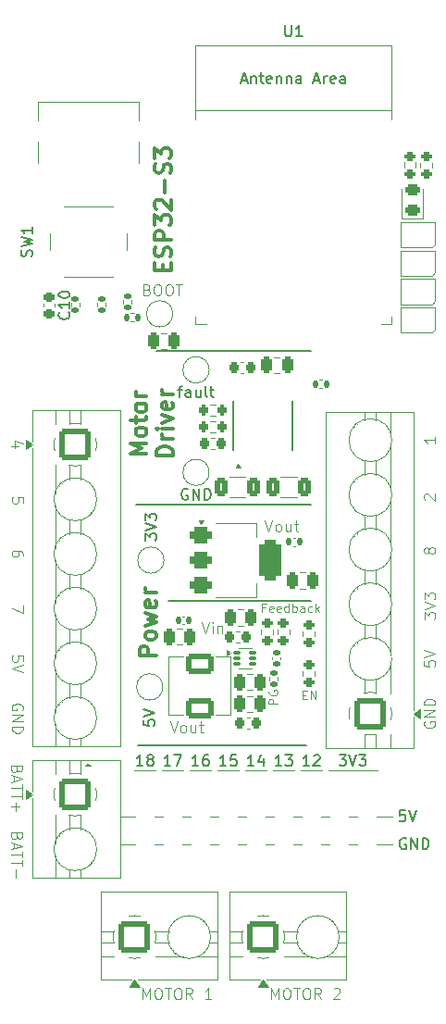
<source format=gto>
G04 #@! TF.GenerationSoftware,KiCad,Pcbnew,9.0.0*
G04 #@! TF.CreationDate,2025-07-02T14:57:14+08:00*
G04 #@! TF.ProjectId,ESPNOW,4553504e-4f57-42e6-9b69-6361645f7063,rev?*
G04 #@! TF.SameCoordinates,Original*
G04 #@! TF.FileFunction,Legend,Top*
G04 #@! TF.FilePolarity,Positive*
%FSLAX46Y46*%
G04 Gerber Fmt 4.6, Leading zero omitted, Abs format (unit mm)*
G04 Created by KiCad (PCBNEW 9.0.0) date 2025-07-02 14:57:14*
%MOMM*%
%LPD*%
G01*
G04 APERTURE LIST*
G04 Aperture macros list*
%AMRoundRect*
0 Rectangle with rounded corners*
0 $1 Rounding radius*
0 $2 $3 $4 $5 $6 $7 $8 $9 X,Y pos of 4 corners*
0 Add a 4 corners polygon primitive as box body*
4,1,4,$2,$3,$4,$5,$6,$7,$8,$9,$2,$3,0*
0 Add four circle primitives for the rounded corners*
1,1,$1+$1,$2,$3*
1,1,$1+$1,$4,$5*
1,1,$1+$1,$6,$7*
1,1,$1+$1,$8,$9*
0 Add four rect primitives between the rounded corners*
20,1,$1+$1,$2,$3,$4,$5,0*
20,1,$1+$1,$4,$5,$6,$7,0*
20,1,$1+$1,$6,$7,$8,$9,0*
20,1,$1+$1,$8,$9,$2,$3,0*%
G04 Aperture macros list end*
%ADD10C,0.100000*%
%ADD11C,0.200000*%
%ADD12C,0.300000*%
%ADD13C,0.150000*%
%ADD14C,0.125000*%
%ADD15C,0.120000*%
%ADD16RoundRect,0.200000X-0.275000X0.200000X-0.275000X-0.200000X0.275000X-0.200000X0.275000X0.200000X0*%
%ADD17RoundRect,0.250000X-1.000000X0.700000X-1.000000X-0.700000X1.000000X-0.700000X1.000000X0.700000X0*%
%ADD18R,1.700000X1.700000*%
%ADD19O,1.700000X1.700000*%
%ADD20C,2.000000*%
%ADD21RoundRect,0.250001X1.149999X-1.149999X1.149999X1.149999X-1.149999X1.149999X-1.149999X-1.149999X0*%
%ADD22C,2.800000*%
%ADD23RoundRect,0.250001X-1.149999X1.149999X-1.149999X-1.149999X1.149999X-1.149999X1.149999X1.149999X0*%
%ADD24C,0.650000*%
%ADD25R,0.600000X1.240000*%
%ADD26R,0.300000X1.240000*%
%ADD27O,1.000000X2.100000*%
%ADD28O,1.000000X1.800000*%
%ADD29R,0.450000X1.050000*%
%ADD30R,0.895000X1.470000*%
%ADD31RoundRect,0.200000X0.200000X0.275000X-0.200000X0.275000X-0.200000X-0.275000X0.200000X-0.275000X0*%
%ADD32C,5.600000*%
%ADD33RoundRect,0.375000X-0.625000X-0.375000X0.625000X-0.375000X0.625000X0.375000X-0.625000X0.375000X0*%
%ADD34RoundRect,0.500000X-0.500000X-1.400000X0.500000X-1.400000X0.500000X1.400000X-0.500000X1.400000X0*%
%ADD35RoundRect,0.135000X-0.185000X0.135000X-0.185000X-0.135000X0.185000X-0.135000X0.185000X0.135000X0*%
%ADD36R,0.700000X0.700000*%
%ADD37RoundRect,0.250000X-0.250000X-0.475000X0.250000X-0.475000X0.250000X0.475000X-0.250000X0.475000X0*%
%ADD38RoundRect,0.250000X-0.312500X-0.625000X0.312500X-0.625000X0.312500X0.625000X-0.312500X0.625000X0*%
%ADD39RoundRect,0.250000X0.312500X0.625000X-0.312500X0.625000X-0.312500X-0.625000X0.312500X-0.625000X0*%
%ADD40RoundRect,0.250001X-1.149999X-1.149999X1.149999X-1.149999X1.149999X1.149999X-1.149999X1.149999X0*%
%ADD41RoundRect,0.087500X-0.250000X-0.087500X0.250000X-0.087500X0.250000X0.087500X-0.250000X0.087500X0*%
%ADD42RoundRect,0.140000X0.140000X0.170000X-0.140000X0.170000X-0.140000X-0.170000X0.140000X-0.170000X0*%
%ADD43RoundRect,0.225000X-0.225000X-0.250000X0.225000X-0.250000X0.225000X0.250000X-0.225000X0.250000X0*%
%ADD44RoundRect,0.200000X0.275000X-0.200000X0.275000X0.200000X-0.275000X0.200000X-0.275000X-0.200000X0*%
%ADD45RoundRect,0.200000X-0.200000X-0.275000X0.200000X-0.275000X0.200000X0.275000X-0.200000X0.275000X0*%
%ADD46RoundRect,0.250000X0.250000X0.475000X-0.250000X0.475000X-0.250000X-0.475000X0.250000X-0.475000X0*%
%ADD47RoundRect,0.243750X0.456250X-0.243750X0.456250X0.243750X-0.456250X0.243750X-0.456250X-0.243750X0*%
%ADD48RoundRect,0.140000X-0.140000X-0.170000X0.140000X-0.170000X0.140000X0.170000X-0.140000X0.170000X0*%
%ADD49R,1.500000X0.900000*%
%ADD50R,0.900000X1.500000*%
%ADD51R,0.900000X0.900000*%
%ADD52RoundRect,0.135000X-0.135000X-0.185000X0.135000X-0.185000X0.135000X0.185000X-0.135000X0.185000X0*%
%ADD53RoundRect,0.140000X0.170000X-0.140000X0.170000X0.140000X-0.170000X0.140000X-0.170000X-0.140000X0*%
%ADD54RoundRect,0.135000X0.185000X-0.135000X0.185000X0.135000X-0.185000X0.135000X-0.185000X-0.135000X0*%
%ADD55RoundRect,0.225000X-0.250000X0.225000X-0.250000X-0.225000X0.250000X-0.225000X0.250000X0.225000X0*%
%ADD56RoundRect,0.225000X0.225000X0.250000X-0.225000X0.250000X-0.225000X-0.250000X0.225000X-0.250000X0*%
G04 APERTURE END LIST*
D10*
X191550000Y-122827500D02*
X193550000Y-122827500D01*
X183930000Y-122827500D02*
X185930000Y-122827500D01*
X194090000Y-122827500D02*
X198630000Y-122827500D01*
X176310000Y-122827500D02*
X178310000Y-122827500D01*
X172360000Y-122434061D02*
X171860000Y-122434061D01*
X172110000Y-122209061D01*
X172360000Y-122434061D01*
G36*
X172360000Y-122434061D02*
G01*
X171860000Y-122434061D01*
X172110000Y-122209061D01*
X172360000Y-122434061D01*
G37*
X199920000Y-129580000D02*
X175060000Y-129580000D01*
X199920000Y-127040000D02*
X175060000Y-127040000D01*
X186470000Y-122827500D02*
X188470000Y-122827500D01*
D11*
X176500000Y-98500000D02*
X192500000Y-98500000D01*
D10*
X181390000Y-122827500D02*
X183390000Y-122827500D01*
X178850000Y-122827500D02*
X180850000Y-122827500D01*
D11*
X176710000Y-120500000D02*
X192065000Y-120500000D01*
X178400000Y-84500000D02*
X192530000Y-84500000D01*
D10*
X189010000Y-122827500D02*
X191010000Y-122827500D01*
D11*
X179500000Y-107350000D02*
X192510000Y-107350000D01*
D10*
X189446895Y-116743734D02*
X188646895Y-116743734D01*
X188646895Y-116743734D02*
X188646895Y-116438972D01*
X188646895Y-116438972D02*
X188684990Y-116362782D01*
X188684990Y-116362782D02*
X188723085Y-116324687D01*
X188723085Y-116324687D02*
X188799276Y-116286591D01*
X188799276Y-116286591D02*
X188913561Y-116286591D01*
X188913561Y-116286591D02*
X188989752Y-116324687D01*
X188989752Y-116324687D02*
X189027847Y-116362782D01*
X189027847Y-116362782D02*
X189065942Y-116438972D01*
X189065942Y-116438972D02*
X189065942Y-116743734D01*
X188684990Y-115524687D02*
X188646895Y-115600877D01*
X188646895Y-115600877D02*
X188646895Y-115715163D01*
X188646895Y-115715163D02*
X188684990Y-115829449D01*
X188684990Y-115829449D02*
X188761180Y-115905639D01*
X188761180Y-115905639D02*
X188837371Y-115943734D01*
X188837371Y-115943734D02*
X188989752Y-115981830D01*
X188989752Y-115981830D02*
X189104038Y-115981830D01*
X189104038Y-115981830D02*
X189256419Y-115943734D01*
X189256419Y-115943734D02*
X189332609Y-115905639D01*
X189332609Y-115905639D02*
X189408800Y-115829449D01*
X189408800Y-115829449D02*
X189446895Y-115715163D01*
X189446895Y-115715163D02*
X189446895Y-115638972D01*
X189446895Y-115638972D02*
X189408800Y-115524687D01*
X189408800Y-115524687D02*
X189370704Y-115486591D01*
X189370704Y-115486591D02*
X189104038Y-115486591D01*
X189104038Y-115486591D02*
X189104038Y-115638972D01*
D12*
X177470870Y-93900000D02*
X175970870Y-93900000D01*
X175970870Y-93900000D02*
X177042299Y-93400000D01*
X177042299Y-93400000D02*
X175970870Y-92900000D01*
X175970870Y-92900000D02*
X177470870Y-92900000D01*
X177470870Y-91971428D02*
X177399442Y-92114285D01*
X177399442Y-92114285D02*
X177328013Y-92185714D01*
X177328013Y-92185714D02*
X177185156Y-92257142D01*
X177185156Y-92257142D02*
X176756584Y-92257142D01*
X176756584Y-92257142D02*
X176613727Y-92185714D01*
X176613727Y-92185714D02*
X176542299Y-92114285D01*
X176542299Y-92114285D02*
X176470870Y-91971428D01*
X176470870Y-91971428D02*
X176470870Y-91757142D01*
X176470870Y-91757142D02*
X176542299Y-91614285D01*
X176542299Y-91614285D02*
X176613727Y-91542857D01*
X176613727Y-91542857D02*
X176756584Y-91471428D01*
X176756584Y-91471428D02*
X177185156Y-91471428D01*
X177185156Y-91471428D02*
X177328013Y-91542857D01*
X177328013Y-91542857D02*
X177399442Y-91614285D01*
X177399442Y-91614285D02*
X177470870Y-91757142D01*
X177470870Y-91757142D02*
X177470870Y-91971428D01*
X176470870Y-91042856D02*
X176470870Y-90471428D01*
X175970870Y-90828571D02*
X177256584Y-90828571D01*
X177256584Y-90828571D02*
X177399442Y-90757142D01*
X177399442Y-90757142D02*
X177470870Y-90614285D01*
X177470870Y-90614285D02*
X177470870Y-90471428D01*
X177470870Y-89757142D02*
X177399442Y-89899999D01*
X177399442Y-89899999D02*
X177328013Y-89971428D01*
X177328013Y-89971428D02*
X177185156Y-90042856D01*
X177185156Y-90042856D02*
X176756584Y-90042856D01*
X176756584Y-90042856D02*
X176613727Y-89971428D01*
X176613727Y-89971428D02*
X176542299Y-89899999D01*
X176542299Y-89899999D02*
X176470870Y-89757142D01*
X176470870Y-89757142D02*
X176470870Y-89542856D01*
X176470870Y-89542856D02*
X176542299Y-89399999D01*
X176542299Y-89399999D02*
X176613727Y-89328571D01*
X176613727Y-89328571D02*
X176756584Y-89257142D01*
X176756584Y-89257142D02*
X177185156Y-89257142D01*
X177185156Y-89257142D02*
X177328013Y-89328571D01*
X177328013Y-89328571D02*
X177399442Y-89399999D01*
X177399442Y-89399999D02*
X177470870Y-89542856D01*
X177470870Y-89542856D02*
X177470870Y-89757142D01*
X177470870Y-88614285D02*
X176470870Y-88614285D01*
X176756584Y-88614285D02*
X176613727Y-88542856D01*
X176613727Y-88542856D02*
X176542299Y-88471428D01*
X176542299Y-88471428D02*
X176470870Y-88328570D01*
X176470870Y-88328570D02*
X176470870Y-88185713D01*
X179885786Y-94042856D02*
X178385786Y-94042856D01*
X178385786Y-94042856D02*
X178385786Y-93685713D01*
X178385786Y-93685713D02*
X178457215Y-93471427D01*
X178457215Y-93471427D02*
X178600072Y-93328570D01*
X178600072Y-93328570D02*
X178742929Y-93257141D01*
X178742929Y-93257141D02*
X179028643Y-93185713D01*
X179028643Y-93185713D02*
X179242929Y-93185713D01*
X179242929Y-93185713D02*
X179528643Y-93257141D01*
X179528643Y-93257141D02*
X179671500Y-93328570D01*
X179671500Y-93328570D02*
X179814358Y-93471427D01*
X179814358Y-93471427D02*
X179885786Y-93685713D01*
X179885786Y-93685713D02*
X179885786Y-94042856D01*
X179885786Y-92542856D02*
X178885786Y-92542856D01*
X179171500Y-92542856D02*
X179028643Y-92471427D01*
X179028643Y-92471427D02*
X178957215Y-92399999D01*
X178957215Y-92399999D02*
X178885786Y-92257141D01*
X178885786Y-92257141D02*
X178885786Y-92114284D01*
X179885786Y-91614285D02*
X178885786Y-91614285D01*
X178385786Y-91614285D02*
X178457215Y-91685713D01*
X178457215Y-91685713D02*
X178528643Y-91614285D01*
X178528643Y-91614285D02*
X178457215Y-91542856D01*
X178457215Y-91542856D02*
X178385786Y-91614285D01*
X178385786Y-91614285D02*
X178528643Y-91614285D01*
X178885786Y-91042856D02*
X179885786Y-90685713D01*
X179885786Y-90685713D02*
X178885786Y-90328570D01*
X179814358Y-89185713D02*
X179885786Y-89328570D01*
X179885786Y-89328570D02*
X179885786Y-89614285D01*
X179885786Y-89614285D02*
X179814358Y-89757142D01*
X179814358Y-89757142D02*
X179671500Y-89828570D01*
X179671500Y-89828570D02*
X179100072Y-89828570D01*
X179100072Y-89828570D02*
X178957215Y-89757142D01*
X178957215Y-89757142D02*
X178885786Y-89614285D01*
X178885786Y-89614285D02*
X178885786Y-89328570D01*
X178885786Y-89328570D02*
X178957215Y-89185713D01*
X178957215Y-89185713D02*
X179100072Y-89114285D01*
X179100072Y-89114285D02*
X179242929Y-89114285D01*
X179242929Y-89114285D02*
X179385786Y-89828570D01*
X179885786Y-88471428D02*
X178885786Y-88471428D01*
X179171500Y-88471428D02*
X179028643Y-88399999D01*
X179028643Y-88399999D02*
X178957215Y-88328571D01*
X178957215Y-88328571D02*
X178885786Y-88185713D01*
X178885786Y-88185713D02*
X178885786Y-88042856D01*
D13*
X192379523Y-122414819D02*
X191808095Y-122414819D01*
X192093809Y-122414819D02*
X192093809Y-121414819D01*
X192093809Y-121414819D02*
X191998571Y-121557676D01*
X191998571Y-121557676D02*
X191903333Y-121652914D01*
X191903333Y-121652914D02*
X191808095Y-121700533D01*
X192760476Y-121510057D02*
X192808095Y-121462438D01*
X192808095Y-121462438D02*
X192903333Y-121414819D01*
X192903333Y-121414819D02*
X193141428Y-121414819D01*
X193141428Y-121414819D02*
X193236666Y-121462438D01*
X193236666Y-121462438D02*
X193284285Y-121510057D01*
X193284285Y-121510057D02*
X193331904Y-121605295D01*
X193331904Y-121605295D02*
X193331904Y-121700533D01*
X193331904Y-121700533D02*
X193284285Y-121843390D01*
X193284285Y-121843390D02*
X192712857Y-122414819D01*
X192712857Y-122414819D02*
X193331904Y-122414819D01*
X184759523Y-122414819D02*
X184188095Y-122414819D01*
X184473809Y-122414819D02*
X184473809Y-121414819D01*
X184473809Y-121414819D02*
X184378571Y-121557676D01*
X184378571Y-121557676D02*
X184283333Y-121652914D01*
X184283333Y-121652914D02*
X184188095Y-121700533D01*
X185664285Y-121414819D02*
X185188095Y-121414819D01*
X185188095Y-121414819D02*
X185140476Y-121891009D01*
X185140476Y-121891009D02*
X185188095Y-121843390D01*
X185188095Y-121843390D02*
X185283333Y-121795771D01*
X185283333Y-121795771D02*
X185521428Y-121795771D01*
X185521428Y-121795771D02*
X185616666Y-121843390D01*
X185616666Y-121843390D02*
X185664285Y-121891009D01*
X185664285Y-121891009D02*
X185711904Y-121986247D01*
X185711904Y-121986247D02*
X185711904Y-122224342D01*
X185711904Y-122224342D02*
X185664285Y-122319580D01*
X185664285Y-122319580D02*
X185616666Y-122367200D01*
X185616666Y-122367200D02*
X185521428Y-122414819D01*
X185521428Y-122414819D02*
X185283333Y-122414819D01*
X185283333Y-122414819D02*
X185188095Y-122367200D01*
X185188095Y-122367200D02*
X185140476Y-122319580D01*
D12*
X178942614Y-77138927D02*
X178942614Y-76638927D01*
X179728328Y-76424641D02*
X179728328Y-77138927D01*
X179728328Y-77138927D02*
X178228328Y-77138927D01*
X178228328Y-77138927D02*
X178228328Y-76424641D01*
X179656900Y-75853212D02*
X179728328Y-75638927D01*
X179728328Y-75638927D02*
X179728328Y-75281784D01*
X179728328Y-75281784D02*
X179656900Y-75138927D01*
X179656900Y-75138927D02*
X179585471Y-75067498D01*
X179585471Y-75067498D02*
X179442614Y-74996069D01*
X179442614Y-74996069D02*
X179299757Y-74996069D01*
X179299757Y-74996069D02*
X179156900Y-75067498D01*
X179156900Y-75067498D02*
X179085471Y-75138927D01*
X179085471Y-75138927D02*
X179014042Y-75281784D01*
X179014042Y-75281784D02*
X178942614Y-75567498D01*
X178942614Y-75567498D02*
X178871185Y-75710355D01*
X178871185Y-75710355D02*
X178799757Y-75781784D01*
X178799757Y-75781784D02*
X178656900Y-75853212D01*
X178656900Y-75853212D02*
X178514042Y-75853212D01*
X178514042Y-75853212D02*
X178371185Y-75781784D01*
X178371185Y-75781784D02*
X178299757Y-75710355D01*
X178299757Y-75710355D02*
X178228328Y-75567498D01*
X178228328Y-75567498D02*
X178228328Y-75210355D01*
X178228328Y-75210355D02*
X178299757Y-74996069D01*
X179728328Y-74353213D02*
X178228328Y-74353213D01*
X178228328Y-74353213D02*
X178228328Y-73781784D01*
X178228328Y-73781784D02*
X178299757Y-73638927D01*
X178299757Y-73638927D02*
X178371185Y-73567498D01*
X178371185Y-73567498D02*
X178514042Y-73496070D01*
X178514042Y-73496070D02*
X178728328Y-73496070D01*
X178728328Y-73496070D02*
X178871185Y-73567498D01*
X178871185Y-73567498D02*
X178942614Y-73638927D01*
X178942614Y-73638927D02*
X179014042Y-73781784D01*
X179014042Y-73781784D02*
X179014042Y-74353213D01*
X178228328Y-72996070D02*
X178228328Y-72067498D01*
X178228328Y-72067498D02*
X178799757Y-72567498D01*
X178799757Y-72567498D02*
X178799757Y-72353213D01*
X178799757Y-72353213D02*
X178871185Y-72210356D01*
X178871185Y-72210356D02*
X178942614Y-72138927D01*
X178942614Y-72138927D02*
X179085471Y-72067498D01*
X179085471Y-72067498D02*
X179442614Y-72067498D01*
X179442614Y-72067498D02*
X179585471Y-72138927D01*
X179585471Y-72138927D02*
X179656900Y-72210356D01*
X179656900Y-72210356D02*
X179728328Y-72353213D01*
X179728328Y-72353213D02*
X179728328Y-72781784D01*
X179728328Y-72781784D02*
X179656900Y-72924641D01*
X179656900Y-72924641D02*
X179585471Y-72996070D01*
X178371185Y-71496070D02*
X178299757Y-71424642D01*
X178299757Y-71424642D02*
X178228328Y-71281785D01*
X178228328Y-71281785D02*
X178228328Y-70924642D01*
X178228328Y-70924642D02*
X178299757Y-70781785D01*
X178299757Y-70781785D02*
X178371185Y-70710356D01*
X178371185Y-70710356D02*
X178514042Y-70638927D01*
X178514042Y-70638927D02*
X178656900Y-70638927D01*
X178656900Y-70638927D02*
X178871185Y-70710356D01*
X178871185Y-70710356D02*
X179728328Y-71567499D01*
X179728328Y-71567499D02*
X179728328Y-70638927D01*
X179156900Y-69996071D02*
X179156900Y-68853214D01*
X179656900Y-68210356D02*
X179728328Y-67996071D01*
X179728328Y-67996071D02*
X179728328Y-67638928D01*
X179728328Y-67638928D02*
X179656900Y-67496071D01*
X179656900Y-67496071D02*
X179585471Y-67424642D01*
X179585471Y-67424642D02*
X179442614Y-67353213D01*
X179442614Y-67353213D02*
X179299757Y-67353213D01*
X179299757Y-67353213D02*
X179156900Y-67424642D01*
X179156900Y-67424642D02*
X179085471Y-67496071D01*
X179085471Y-67496071D02*
X179014042Y-67638928D01*
X179014042Y-67638928D02*
X178942614Y-67924642D01*
X178942614Y-67924642D02*
X178871185Y-68067499D01*
X178871185Y-68067499D02*
X178799757Y-68138928D01*
X178799757Y-68138928D02*
X178656900Y-68210356D01*
X178656900Y-68210356D02*
X178514042Y-68210356D01*
X178514042Y-68210356D02*
X178371185Y-68138928D01*
X178371185Y-68138928D02*
X178299757Y-68067499D01*
X178299757Y-68067499D02*
X178228328Y-67924642D01*
X178228328Y-67924642D02*
X178228328Y-67567499D01*
X178228328Y-67567499D02*
X178299757Y-67353213D01*
X178228328Y-66853214D02*
X178228328Y-65924642D01*
X178228328Y-65924642D02*
X178799757Y-66424642D01*
X178799757Y-66424642D02*
X178799757Y-66210357D01*
X178799757Y-66210357D02*
X178871185Y-66067500D01*
X178871185Y-66067500D02*
X178942614Y-65996071D01*
X178942614Y-65996071D02*
X179085471Y-65924642D01*
X179085471Y-65924642D02*
X179442614Y-65924642D01*
X179442614Y-65924642D02*
X179585471Y-65996071D01*
X179585471Y-65996071D02*
X179656900Y-66067500D01*
X179656900Y-66067500D02*
X179728328Y-66210357D01*
X179728328Y-66210357D02*
X179728328Y-66638928D01*
X179728328Y-66638928D02*
X179656900Y-66781785D01*
X179656900Y-66781785D02*
X179585471Y-66853214D01*
D10*
X202879919Y-108996353D02*
X202879919Y-108377306D01*
X202879919Y-108377306D02*
X203260871Y-108710639D01*
X203260871Y-108710639D02*
X203260871Y-108567782D01*
X203260871Y-108567782D02*
X203308490Y-108472544D01*
X203308490Y-108472544D02*
X203356109Y-108424925D01*
X203356109Y-108424925D02*
X203451347Y-108377306D01*
X203451347Y-108377306D02*
X203689442Y-108377306D01*
X203689442Y-108377306D02*
X203784680Y-108424925D01*
X203784680Y-108424925D02*
X203832300Y-108472544D01*
X203832300Y-108472544D02*
X203879919Y-108567782D01*
X203879919Y-108567782D02*
X203879919Y-108853496D01*
X203879919Y-108853496D02*
X203832300Y-108948734D01*
X203832300Y-108948734D02*
X203784680Y-108996353D01*
X202879919Y-108091591D02*
X203879919Y-107758258D01*
X203879919Y-107758258D02*
X202879919Y-107424925D01*
X202879919Y-107186829D02*
X202879919Y-106567782D01*
X202879919Y-106567782D02*
X203260871Y-106901115D01*
X203260871Y-106901115D02*
X203260871Y-106758258D01*
X203260871Y-106758258D02*
X203308490Y-106663020D01*
X203308490Y-106663020D02*
X203356109Y-106615401D01*
X203356109Y-106615401D02*
X203451347Y-106567782D01*
X203451347Y-106567782D02*
X203689442Y-106567782D01*
X203689442Y-106567782D02*
X203784680Y-106615401D01*
X203784680Y-106615401D02*
X203832300Y-106663020D01*
X203832300Y-106663020D02*
X203879919Y-106758258D01*
X203879919Y-106758258D02*
X203879919Y-107043972D01*
X203879919Y-107043972D02*
X203832300Y-107139210D01*
X203832300Y-107139210D02*
X203784680Y-107186829D01*
X166145080Y-107748646D02*
X166145080Y-108415312D01*
X166145080Y-108415312D02*
X165145080Y-107986741D01*
X165781747Y-93192455D02*
X165115080Y-93192455D01*
X166162700Y-92954360D02*
X165448414Y-92716265D01*
X165448414Y-92716265D02*
X165448414Y-93335312D01*
X182511027Y-109272419D02*
X182844360Y-110272419D01*
X182844360Y-110272419D02*
X183177693Y-109272419D01*
X183511027Y-110272419D02*
X183511027Y-109605752D01*
X183511027Y-109272419D02*
X183463408Y-109320038D01*
X183463408Y-109320038D02*
X183511027Y-109367657D01*
X183511027Y-109367657D02*
X183558646Y-109320038D01*
X183558646Y-109320038D02*
X183511027Y-109272419D01*
X183511027Y-109272419D02*
X183511027Y-109367657D01*
X183987217Y-109605752D02*
X183987217Y-110272419D01*
X183987217Y-109700990D02*
X184034836Y-109653371D01*
X184034836Y-109653371D02*
X184130074Y-109605752D01*
X184130074Y-109605752D02*
X184272931Y-109605752D01*
X184272931Y-109605752D02*
X184368169Y-109653371D01*
X184368169Y-109653371D02*
X184415788Y-109748609D01*
X184415788Y-109748609D02*
X184415788Y-110272419D01*
X188870952Y-143744919D02*
X188870952Y-142744919D01*
X188870952Y-142744919D02*
X189204285Y-143459204D01*
X189204285Y-143459204D02*
X189537618Y-142744919D01*
X189537618Y-142744919D02*
X189537618Y-143744919D01*
X190204285Y-142744919D02*
X190394761Y-142744919D01*
X190394761Y-142744919D02*
X190489999Y-142792538D01*
X190489999Y-142792538D02*
X190585237Y-142887776D01*
X190585237Y-142887776D02*
X190632856Y-143078252D01*
X190632856Y-143078252D02*
X190632856Y-143411585D01*
X190632856Y-143411585D02*
X190585237Y-143602061D01*
X190585237Y-143602061D02*
X190489999Y-143697300D01*
X190489999Y-143697300D02*
X190394761Y-143744919D01*
X190394761Y-143744919D02*
X190204285Y-143744919D01*
X190204285Y-143744919D02*
X190109047Y-143697300D01*
X190109047Y-143697300D02*
X190013809Y-143602061D01*
X190013809Y-143602061D02*
X189966190Y-143411585D01*
X189966190Y-143411585D02*
X189966190Y-143078252D01*
X189966190Y-143078252D02*
X190013809Y-142887776D01*
X190013809Y-142887776D02*
X190109047Y-142792538D01*
X190109047Y-142792538D02*
X190204285Y-142744919D01*
X190918571Y-142744919D02*
X191489999Y-142744919D01*
X191204285Y-143744919D02*
X191204285Y-142744919D01*
X192013809Y-142744919D02*
X192204285Y-142744919D01*
X192204285Y-142744919D02*
X192299523Y-142792538D01*
X192299523Y-142792538D02*
X192394761Y-142887776D01*
X192394761Y-142887776D02*
X192442380Y-143078252D01*
X192442380Y-143078252D02*
X192442380Y-143411585D01*
X192442380Y-143411585D02*
X192394761Y-143602061D01*
X192394761Y-143602061D02*
X192299523Y-143697300D01*
X192299523Y-143697300D02*
X192204285Y-143744919D01*
X192204285Y-143744919D02*
X192013809Y-143744919D01*
X192013809Y-143744919D02*
X191918571Y-143697300D01*
X191918571Y-143697300D02*
X191823333Y-143602061D01*
X191823333Y-143602061D02*
X191775714Y-143411585D01*
X191775714Y-143411585D02*
X191775714Y-143078252D01*
X191775714Y-143078252D02*
X191823333Y-142887776D01*
X191823333Y-142887776D02*
X191918571Y-142792538D01*
X191918571Y-142792538D02*
X192013809Y-142744919D01*
X193442380Y-143744919D02*
X193109047Y-143268728D01*
X192870952Y-143744919D02*
X192870952Y-142744919D01*
X192870952Y-142744919D02*
X193251904Y-142744919D01*
X193251904Y-142744919D02*
X193347142Y-142792538D01*
X193347142Y-142792538D02*
X193394761Y-142840157D01*
X193394761Y-142840157D02*
X193442380Y-142935395D01*
X193442380Y-142935395D02*
X193442380Y-143078252D01*
X193442380Y-143078252D02*
X193394761Y-143173490D01*
X193394761Y-143173490D02*
X193347142Y-143221109D01*
X193347142Y-143221109D02*
X193251904Y-143268728D01*
X193251904Y-143268728D02*
X192870952Y-143268728D01*
X194585238Y-142840157D02*
X194632857Y-142792538D01*
X194632857Y-142792538D02*
X194728095Y-142744919D01*
X194728095Y-142744919D02*
X194966190Y-142744919D01*
X194966190Y-142744919D02*
X195061428Y-142792538D01*
X195061428Y-142792538D02*
X195109047Y-142840157D01*
X195109047Y-142840157D02*
X195156666Y-142935395D01*
X195156666Y-142935395D02*
X195156666Y-143030633D01*
X195156666Y-143030633D02*
X195109047Y-143173490D01*
X195109047Y-143173490D02*
X194537619Y-143744919D01*
X194537619Y-143744919D02*
X195156666Y-143744919D01*
X203849919Y-92337306D02*
X203849919Y-92908734D01*
X203849919Y-92623020D02*
X202849919Y-92623020D01*
X202849919Y-92623020D02*
X202992776Y-92718258D01*
X202992776Y-92718258D02*
X203088014Y-92813496D01*
X203088014Y-92813496D02*
X203135633Y-92908734D01*
X188322931Y-107927847D02*
X188056265Y-107927847D01*
X188056265Y-108346895D02*
X188056265Y-107546895D01*
X188056265Y-107546895D02*
X188437217Y-107546895D01*
X189046741Y-108308800D02*
X188970550Y-108346895D01*
X188970550Y-108346895D02*
X188818169Y-108346895D01*
X188818169Y-108346895D02*
X188741979Y-108308800D01*
X188741979Y-108308800D02*
X188703883Y-108232609D01*
X188703883Y-108232609D02*
X188703883Y-107927847D01*
X188703883Y-107927847D02*
X188741979Y-107851657D01*
X188741979Y-107851657D02*
X188818169Y-107813561D01*
X188818169Y-107813561D02*
X188970550Y-107813561D01*
X188970550Y-107813561D02*
X189046741Y-107851657D01*
X189046741Y-107851657D02*
X189084836Y-107927847D01*
X189084836Y-107927847D02*
X189084836Y-108004038D01*
X189084836Y-108004038D02*
X188703883Y-108080228D01*
X189732455Y-108308800D02*
X189656264Y-108346895D01*
X189656264Y-108346895D02*
X189503883Y-108346895D01*
X189503883Y-108346895D02*
X189427693Y-108308800D01*
X189427693Y-108308800D02*
X189389597Y-108232609D01*
X189389597Y-108232609D02*
X189389597Y-107927847D01*
X189389597Y-107927847D02*
X189427693Y-107851657D01*
X189427693Y-107851657D02*
X189503883Y-107813561D01*
X189503883Y-107813561D02*
X189656264Y-107813561D01*
X189656264Y-107813561D02*
X189732455Y-107851657D01*
X189732455Y-107851657D02*
X189770550Y-107927847D01*
X189770550Y-107927847D02*
X189770550Y-108004038D01*
X189770550Y-108004038D02*
X189389597Y-108080228D01*
X190456264Y-108346895D02*
X190456264Y-107546895D01*
X190456264Y-108308800D02*
X190380073Y-108346895D01*
X190380073Y-108346895D02*
X190227692Y-108346895D01*
X190227692Y-108346895D02*
X190151502Y-108308800D01*
X190151502Y-108308800D02*
X190113407Y-108270704D01*
X190113407Y-108270704D02*
X190075311Y-108194514D01*
X190075311Y-108194514D02*
X190075311Y-107965942D01*
X190075311Y-107965942D02*
X190113407Y-107889752D01*
X190113407Y-107889752D02*
X190151502Y-107851657D01*
X190151502Y-107851657D02*
X190227692Y-107813561D01*
X190227692Y-107813561D02*
X190380073Y-107813561D01*
X190380073Y-107813561D02*
X190456264Y-107851657D01*
X190837217Y-108346895D02*
X190837217Y-107546895D01*
X190837217Y-107851657D02*
X190913407Y-107813561D01*
X190913407Y-107813561D02*
X191065788Y-107813561D01*
X191065788Y-107813561D02*
X191141979Y-107851657D01*
X191141979Y-107851657D02*
X191180074Y-107889752D01*
X191180074Y-107889752D02*
X191218169Y-107965942D01*
X191218169Y-107965942D02*
X191218169Y-108194514D01*
X191218169Y-108194514D02*
X191180074Y-108270704D01*
X191180074Y-108270704D02*
X191141979Y-108308800D01*
X191141979Y-108308800D02*
X191065788Y-108346895D01*
X191065788Y-108346895D02*
X190913407Y-108346895D01*
X190913407Y-108346895D02*
X190837217Y-108308800D01*
X191903884Y-108346895D02*
X191903884Y-107927847D01*
X191903884Y-107927847D02*
X191865789Y-107851657D01*
X191865789Y-107851657D02*
X191789598Y-107813561D01*
X191789598Y-107813561D02*
X191637217Y-107813561D01*
X191637217Y-107813561D02*
X191561027Y-107851657D01*
X191903884Y-108308800D02*
X191827693Y-108346895D01*
X191827693Y-108346895D02*
X191637217Y-108346895D01*
X191637217Y-108346895D02*
X191561027Y-108308800D01*
X191561027Y-108308800D02*
X191522931Y-108232609D01*
X191522931Y-108232609D02*
X191522931Y-108156419D01*
X191522931Y-108156419D02*
X191561027Y-108080228D01*
X191561027Y-108080228D02*
X191637217Y-108042133D01*
X191637217Y-108042133D02*
X191827693Y-108042133D01*
X191827693Y-108042133D02*
X191903884Y-108004038D01*
X192627694Y-108308800D02*
X192551503Y-108346895D01*
X192551503Y-108346895D02*
X192399122Y-108346895D01*
X192399122Y-108346895D02*
X192322932Y-108308800D01*
X192322932Y-108308800D02*
X192284837Y-108270704D01*
X192284837Y-108270704D02*
X192246741Y-108194514D01*
X192246741Y-108194514D02*
X192246741Y-107965942D01*
X192246741Y-107965942D02*
X192284837Y-107889752D01*
X192284837Y-107889752D02*
X192322932Y-107851657D01*
X192322932Y-107851657D02*
X192399122Y-107813561D01*
X192399122Y-107813561D02*
X192551503Y-107813561D01*
X192551503Y-107813561D02*
X192627694Y-107851657D01*
X192970551Y-108346895D02*
X192970551Y-107546895D01*
X193046741Y-108042133D02*
X193275313Y-108346895D01*
X193275313Y-107813561D02*
X192970551Y-108118323D01*
X191756265Y-115927847D02*
X192022931Y-115927847D01*
X192137217Y-116346895D02*
X191756265Y-116346895D01*
X191756265Y-116346895D02*
X191756265Y-115546895D01*
X191756265Y-115546895D02*
X192137217Y-115546895D01*
X192480075Y-116346895D02*
X192480075Y-115546895D01*
X192480075Y-115546895D02*
X192937218Y-116346895D01*
X192937218Y-116346895D02*
X192937218Y-115546895D01*
D13*
X177139523Y-122414819D02*
X176568095Y-122414819D01*
X176853809Y-122414819D02*
X176853809Y-121414819D01*
X176853809Y-121414819D02*
X176758571Y-121557676D01*
X176758571Y-121557676D02*
X176663333Y-121652914D01*
X176663333Y-121652914D02*
X176568095Y-121700533D01*
X177710952Y-121843390D02*
X177615714Y-121795771D01*
X177615714Y-121795771D02*
X177568095Y-121748152D01*
X177568095Y-121748152D02*
X177520476Y-121652914D01*
X177520476Y-121652914D02*
X177520476Y-121605295D01*
X177520476Y-121605295D02*
X177568095Y-121510057D01*
X177568095Y-121510057D02*
X177615714Y-121462438D01*
X177615714Y-121462438D02*
X177710952Y-121414819D01*
X177710952Y-121414819D02*
X177901428Y-121414819D01*
X177901428Y-121414819D02*
X177996666Y-121462438D01*
X177996666Y-121462438D02*
X178044285Y-121510057D01*
X178044285Y-121510057D02*
X178091904Y-121605295D01*
X178091904Y-121605295D02*
X178091904Y-121652914D01*
X178091904Y-121652914D02*
X178044285Y-121748152D01*
X178044285Y-121748152D02*
X177996666Y-121795771D01*
X177996666Y-121795771D02*
X177901428Y-121843390D01*
X177901428Y-121843390D02*
X177710952Y-121843390D01*
X177710952Y-121843390D02*
X177615714Y-121891009D01*
X177615714Y-121891009D02*
X177568095Y-121938628D01*
X177568095Y-121938628D02*
X177520476Y-122033866D01*
X177520476Y-122033866D02*
X177520476Y-122224342D01*
X177520476Y-122224342D02*
X177568095Y-122319580D01*
X177568095Y-122319580D02*
X177615714Y-122367200D01*
X177615714Y-122367200D02*
X177710952Y-122414819D01*
X177710952Y-122414819D02*
X177901428Y-122414819D01*
X177901428Y-122414819D02*
X177996666Y-122367200D01*
X177996666Y-122367200D02*
X178044285Y-122319580D01*
X178044285Y-122319580D02*
X178091904Y-122224342D01*
X178091904Y-122224342D02*
X178091904Y-122033866D01*
X178091904Y-122033866D02*
X178044285Y-121938628D01*
X178044285Y-121938628D02*
X177996666Y-121891009D01*
X177996666Y-121891009D02*
X177901428Y-121843390D01*
X201198095Y-129079938D02*
X201102857Y-129032319D01*
X201102857Y-129032319D02*
X200960000Y-129032319D01*
X200960000Y-129032319D02*
X200817143Y-129079938D01*
X200817143Y-129079938D02*
X200721905Y-129175176D01*
X200721905Y-129175176D02*
X200674286Y-129270414D01*
X200674286Y-129270414D02*
X200626667Y-129460890D01*
X200626667Y-129460890D02*
X200626667Y-129603747D01*
X200626667Y-129603747D02*
X200674286Y-129794223D01*
X200674286Y-129794223D02*
X200721905Y-129889461D01*
X200721905Y-129889461D02*
X200817143Y-129984700D01*
X200817143Y-129984700D02*
X200960000Y-130032319D01*
X200960000Y-130032319D02*
X201055238Y-130032319D01*
X201055238Y-130032319D02*
X201198095Y-129984700D01*
X201198095Y-129984700D02*
X201245714Y-129937080D01*
X201245714Y-129937080D02*
X201245714Y-129603747D01*
X201245714Y-129603747D02*
X201055238Y-129603747D01*
X201674286Y-130032319D02*
X201674286Y-129032319D01*
X201674286Y-129032319D02*
X202245714Y-130032319D01*
X202245714Y-130032319D02*
X202245714Y-129032319D01*
X202721905Y-130032319D02*
X202721905Y-129032319D01*
X202721905Y-129032319D02*
X202960000Y-129032319D01*
X202960000Y-129032319D02*
X203102857Y-129079938D01*
X203102857Y-129079938D02*
X203198095Y-129175176D01*
X203198095Y-129175176D02*
X203245714Y-129270414D01*
X203245714Y-129270414D02*
X203293333Y-129460890D01*
X203293333Y-129460890D02*
X203293333Y-129603747D01*
X203293333Y-129603747D02*
X203245714Y-129794223D01*
X203245714Y-129794223D02*
X203198095Y-129889461D01*
X203198095Y-129889461D02*
X203102857Y-129984700D01*
X203102857Y-129984700D02*
X202960000Y-130032319D01*
X202960000Y-130032319D02*
X202721905Y-130032319D01*
X179679523Y-122414819D02*
X179108095Y-122414819D01*
X179393809Y-122414819D02*
X179393809Y-121414819D01*
X179393809Y-121414819D02*
X179298571Y-121557676D01*
X179298571Y-121557676D02*
X179203333Y-121652914D01*
X179203333Y-121652914D02*
X179108095Y-121700533D01*
X180012857Y-121414819D02*
X180679523Y-121414819D01*
X180679523Y-121414819D02*
X180250952Y-122414819D01*
D10*
X166135080Y-112830074D02*
X166135080Y-112353884D01*
X166135080Y-112353884D02*
X165658890Y-112306265D01*
X165658890Y-112306265D02*
X165706509Y-112353884D01*
X165706509Y-112353884D02*
X165754128Y-112449122D01*
X165754128Y-112449122D02*
X165754128Y-112687217D01*
X165754128Y-112687217D02*
X165706509Y-112782455D01*
X165706509Y-112782455D02*
X165658890Y-112830074D01*
X165658890Y-112830074D02*
X165563652Y-112877693D01*
X165563652Y-112877693D02*
X165325557Y-112877693D01*
X165325557Y-112877693D02*
X165230319Y-112830074D01*
X165230319Y-112830074D02*
X165182700Y-112782455D01*
X165182700Y-112782455D02*
X165135080Y-112687217D01*
X165135080Y-112687217D02*
X165135080Y-112449122D01*
X165135080Y-112449122D02*
X165182700Y-112353884D01*
X165182700Y-112353884D02*
X165230319Y-112306265D01*
X166135080Y-113163408D02*
X165135080Y-113496741D01*
X165135080Y-113496741D02*
X166135080Y-113830074D01*
X165606390Y-122727975D02*
X165558771Y-122870832D01*
X165558771Y-122870832D02*
X165511152Y-122918451D01*
X165511152Y-122918451D02*
X165415914Y-122966070D01*
X165415914Y-122966070D02*
X165273057Y-122966070D01*
X165273057Y-122966070D02*
X165177819Y-122918451D01*
X165177819Y-122918451D02*
X165130200Y-122870832D01*
X165130200Y-122870832D02*
X165082580Y-122775594D01*
X165082580Y-122775594D02*
X165082580Y-122394642D01*
X165082580Y-122394642D02*
X166082580Y-122394642D01*
X166082580Y-122394642D02*
X166082580Y-122727975D01*
X166082580Y-122727975D02*
X166034961Y-122823213D01*
X166034961Y-122823213D02*
X165987342Y-122870832D01*
X165987342Y-122870832D02*
X165892104Y-122918451D01*
X165892104Y-122918451D02*
X165796866Y-122918451D01*
X165796866Y-122918451D02*
X165701628Y-122870832D01*
X165701628Y-122870832D02*
X165654009Y-122823213D01*
X165654009Y-122823213D02*
X165606390Y-122727975D01*
X165606390Y-122727975D02*
X165606390Y-122394642D01*
X165368295Y-123347023D02*
X165368295Y-123823213D01*
X165082580Y-123251785D02*
X166082580Y-123585118D01*
X166082580Y-123585118D02*
X165082580Y-123918451D01*
X166082580Y-124108928D02*
X166082580Y-124680356D01*
X165082580Y-124394642D02*
X166082580Y-124394642D01*
X166082580Y-124870833D02*
X166082580Y-125442261D01*
X165082580Y-125156547D02*
X166082580Y-125156547D01*
X165463533Y-125775595D02*
X165463533Y-126537500D01*
X165082580Y-126156547D02*
X165844485Y-126156547D01*
X165606390Y-128870833D02*
X165558771Y-129013690D01*
X165558771Y-129013690D02*
X165511152Y-129061309D01*
X165511152Y-129061309D02*
X165415914Y-129108928D01*
X165415914Y-129108928D02*
X165273057Y-129108928D01*
X165273057Y-129108928D02*
X165177819Y-129061309D01*
X165177819Y-129061309D02*
X165130200Y-129013690D01*
X165130200Y-129013690D02*
X165082580Y-128918452D01*
X165082580Y-128918452D02*
X165082580Y-128537500D01*
X165082580Y-128537500D02*
X166082580Y-128537500D01*
X166082580Y-128537500D02*
X166082580Y-128870833D01*
X166082580Y-128870833D02*
X166034961Y-128966071D01*
X166034961Y-128966071D02*
X165987342Y-129013690D01*
X165987342Y-129013690D02*
X165892104Y-129061309D01*
X165892104Y-129061309D02*
X165796866Y-129061309D01*
X165796866Y-129061309D02*
X165701628Y-129013690D01*
X165701628Y-129013690D02*
X165654009Y-128966071D01*
X165654009Y-128966071D02*
X165606390Y-128870833D01*
X165606390Y-128870833D02*
X165606390Y-128537500D01*
X165368295Y-129489881D02*
X165368295Y-129966071D01*
X165082580Y-129394643D02*
X166082580Y-129727976D01*
X166082580Y-129727976D02*
X165082580Y-130061309D01*
X166082580Y-130251786D02*
X166082580Y-130823214D01*
X165082580Y-130537500D02*
X166082580Y-130537500D01*
X166082580Y-131013691D02*
X166082580Y-131585119D01*
X165082580Y-131299405D02*
X166082580Y-131299405D01*
X165463533Y-131918453D02*
X165463533Y-132680358D01*
D14*
X177522857Y-78869809D02*
X177665714Y-78917428D01*
X177665714Y-78917428D02*
X177713333Y-78965047D01*
X177713333Y-78965047D02*
X177760952Y-79060285D01*
X177760952Y-79060285D02*
X177760952Y-79203142D01*
X177760952Y-79203142D02*
X177713333Y-79298380D01*
X177713333Y-79298380D02*
X177665714Y-79346000D01*
X177665714Y-79346000D02*
X177570476Y-79393619D01*
X177570476Y-79393619D02*
X177189524Y-79393619D01*
X177189524Y-79393619D02*
X177189524Y-78393619D01*
X177189524Y-78393619D02*
X177522857Y-78393619D01*
X177522857Y-78393619D02*
X177618095Y-78441238D01*
X177618095Y-78441238D02*
X177665714Y-78488857D01*
X177665714Y-78488857D02*
X177713333Y-78584095D01*
X177713333Y-78584095D02*
X177713333Y-78679333D01*
X177713333Y-78679333D02*
X177665714Y-78774571D01*
X177665714Y-78774571D02*
X177618095Y-78822190D01*
X177618095Y-78822190D02*
X177522857Y-78869809D01*
X177522857Y-78869809D02*
X177189524Y-78869809D01*
X178380000Y-78393619D02*
X178570476Y-78393619D01*
X178570476Y-78393619D02*
X178665714Y-78441238D01*
X178665714Y-78441238D02*
X178760952Y-78536476D01*
X178760952Y-78536476D02*
X178808571Y-78726952D01*
X178808571Y-78726952D02*
X178808571Y-79060285D01*
X178808571Y-79060285D02*
X178760952Y-79250761D01*
X178760952Y-79250761D02*
X178665714Y-79346000D01*
X178665714Y-79346000D02*
X178570476Y-79393619D01*
X178570476Y-79393619D02*
X178380000Y-79393619D01*
X178380000Y-79393619D02*
X178284762Y-79346000D01*
X178284762Y-79346000D02*
X178189524Y-79250761D01*
X178189524Y-79250761D02*
X178141905Y-79060285D01*
X178141905Y-79060285D02*
X178141905Y-78726952D01*
X178141905Y-78726952D02*
X178189524Y-78536476D01*
X178189524Y-78536476D02*
X178284762Y-78441238D01*
X178284762Y-78441238D02*
X178380000Y-78393619D01*
X179427619Y-78393619D02*
X179618095Y-78393619D01*
X179618095Y-78393619D02*
X179713333Y-78441238D01*
X179713333Y-78441238D02*
X179808571Y-78536476D01*
X179808571Y-78536476D02*
X179856190Y-78726952D01*
X179856190Y-78726952D02*
X179856190Y-79060285D01*
X179856190Y-79060285D02*
X179808571Y-79250761D01*
X179808571Y-79250761D02*
X179713333Y-79346000D01*
X179713333Y-79346000D02*
X179618095Y-79393619D01*
X179618095Y-79393619D02*
X179427619Y-79393619D01*
X179427619Y-79393619D02*
X179332381Y-79346000D01*
X179332381Y-79346000D02*
X179237143Y-79250761D01*
X179237143Y-79250761D02*
X179189524Y-79060285D01*
X179189524Y-79060285D02*
X179189524Y-78726952D01*
X179189524Y-78726952D02*
X179237143Y-78536476D01*
X179237143Y-78536476D02*
X179332381Y-78441238D01*
X179332381Y-78441238D02*
X179427619Y-78393619D01*
X180141905Y-78393619D02*
X180713333Y-78393619D01*
X180427619Y-79393619D02*
X180427619Y-78393619D01*
D10*
X202859919Y-112804925D02*
X202859919Y-113281115D01*
X202859919Y-113281115D02*
X203336109Y-113328734D01*
X203336109Y-113328734D02*
X203288490Y-113281115D01*
X203288490Y-113281115D02*
X203240871Y-113185877D01*
X203240871Y-113185877D02*
X203240871Y-112947782D01*
X203240871Y-112947782D02*
X203288490Y-112852544D01*
X203288490Y-112852544D02*
X203336109Y-112804925D01*
X203336109Y-112804925D02*
X203431347Y-112757306D01*
X203431347Y-112757306D02*
X203669442Y-112757306D01*
X203669442Y-112757306D02*
X203764680Y-112804925D01*
X203764680Y-112804925D02*
X203812300Y-112852544D01*
X203812300Y-112852544D02*
X203859919Y-112947782D01*
X203859919Y-112947782D02*
X203859919Y-113185877D01*
X203859919Y-113185877D02*
X203812300Y-113281115D01*
X203812300Y-113281115D02*
X203764680Y-113328734D01*
X202859919Y-112471591D02*
X203859919Y-112138258D01*
X203859919Y-112138258D02*
X202859919Y-111804925D01*
D12*
X178338328Y-112314285D02*
X176838328Y-112314285D01*
X176838328Y-112314285D02*
X176838328Y-111742856D01*
X176838328Y-111742856D02*
X176909757Y-111599999D01*
X176909757Y-111599999D02*
X176981185Y-111528570D01*
X176981185Y-111528570D02*
X177124042Y-111457142D01*
X177124042Y-111457142D02*
X177338328Y-111457142D01*
X177338328Y-111457142D02*
X177481185Y-111528570D01*
X177481185Y-111528570D02*
X177552614Y-111599999D01*
X177552614Y-111599999D02*
X177624042Y-111742856D01*
X177624042Y-111742856D02*
X177624042Y-112314285D01*
X178338328Y-110599999D02*
X178266900Y-110742856D01*
X178266900Y-110742856D02*
X178195471Y-110814285D01*
X178195471Y-110814285D02*
X178052614Y-110885713D01*
X178052614Y-110885713D02*
X177624042Y-110885713D01*
X177624042Y-110885713D02*
X177481185Y-110814285D01*
X177481185Y-110814285D02*
X177409757Y-110742856D01*
X177409757Y-110742856D02*
X177338328Y-110599999D01*
X177338328Y-110599999D02*
X177338328Y-110385713D01*
X177338328Y-110385713D02*
X177409757Y-110242856D01*
X177409757Y-110242856D02*
X177481185Y-110171428D01*
X177481185Y-110171428D02*
X177624042Y-110099999D01*
X177624042Y-110099999D02*
X178052614Y-110099999D01*
X178052614Y-110099999D02*
X178195471Y-110171428D01*
X178195471Y-110171428D02*
X178266900Y-110242856D01*
X178266900Y-110242856D02*
X178338328Y-110385713D01*
X178338328Y-110385713D02*
X178338328Y-110599999D01*
X177338328Y-109599999D02*
X178338328Y-109314285D01*
X178338328Y-109314285D02*
X177624042Y-109028570D01*
X177624042Y-109028570D02*
X178338328Y-108742856D01*
X178338328Y-108742856D02*
X177338328Y-108457142D01*
X178266900Y-107314284D02*
X178338328Y-107457141D01*
X178338328Y-107457141D02*
X178338328Y-107742856D01*
X178338328Y-107742856D02*
X178266900Y-107885713D01*
X178266900Y-107885713D02*
X178124042Y-107957141D01*
X178124042Y-107957141D02*
X177552614Y-107957141D01*
X177552614Y-107957141D02*
X177409757Y-107885713D01*
X177409757Y-107885713D02*
X177338328Y-107742856D01*
X177338328Y-107742856D02*
X177338328Y-107457141D01*
X177338328Y-107457141D02*
X177409757Y-107314284D01*
X177409757Y-107314284D02*
X177552614Y-107242856D01*
X177552614Y-107242856D02*
X177695471Y-107242856D01*
X177695471Y-107242856D02*
X177838328Y-107957141D01*
X178338328Y-106599999D02*
X177338328Y-106599999D01*
X177624042Y-106599999D02*
X177481185Y-106528570D01*
X177481185Y-106528570D02*
X177409757Y-106457142D01*
X177409757Y-106457142D02*
X177338328Y-106314284D01*
X177338328Y-106314284D02*
X177338328Y-106171427D01*
D13*
X195101905Y-121407319D02*
X195720952Y-121407319D01*
X195720952Y-121407319D02*
X195387619Y-121788271D01*
X195387619Y-121788271D02*
X195530476Y-121788271D01*
X195530476Y-121788271D02*
X195625714Y-121835890D01*
X195625714Y-121835890D02*
X195673333Y-121883509D01*
X195673333Y-121883509D02*
X195720952Y-121978747D01*
X195720952Y-121978747D02*
X195720952Y-122216842D01*
X195720952Y-122216842D02*
X195673333Y-122312080D01*
X195673333Y-122312080D02*
X195625714Y-122359700D01*
X195625714Y-122359700D02*
X195530476Y-122407319D01*
X195530476Y-122407319D02*
X195244762Y-122407319D01*
X195244762Y-122407319D02*
X195149524Y-122359700D01*
X195149524Y-122359700D02*
X195101905Y-122312080D01*
X196006667Y-121407319D02*
X196340000Y-122407319D01*
X196340000Y-122407319D02*
X196673333Y-121407319D01*
X196911429Y-121407319D02*
X197530476Y-121407319D01*
X197530476Y-121407319D02*
X197197143Y-121788271D01*
X197197143Y-121788271D02*
X197340000Y-121788271D01*
X197340000Y-121788271D02*
X197435238Y-121835890D01*
X197435238Y-121835890D02*
X197482857Y-121883509D01*
X197482857Y-121883509D02*
X197530476Y-121978747D01*
X197530476Y-121978747D02*
X197530476Y-122216842D01*
X197530476Y-122216842D02*
X197482857Y-122312080D01*
X197482857Y-122312080D02*
X197435238Y-122359700D01*
X197435238Y-122359700D02*
X197340000Y-122407319D01*
X197340000Y-122407319D02*
X197054286Y-122407319D01*
X197054286Y-122407319D02*
X196959048Y-122359700D01*
X196959048Y-122359700D02*
X196911429Y-122312080D01*
D10*
X202907538Y-118377306D02*
X202859919Y-118472544D01*
X202859919Y-118472544D02*
X202859919Y-118615401D01*
X202859919Y-118615401D02*
X202907538Y-118758258D01*
X202907538Y-118758258D02*
X203002776Y-118853496D01*
X203002776Y-118853496D02*
X203098014Y-118901115D01*
X203098014Y-118901115D02*
X203288490Y-118948734D01*
X203288490Y-118948734D02*
X203431347Y-118948734D01*
X203431347Y-118948734D02*
X203621823Y-118901115D01*
X203621823Y-118901115D02*
X203717061Y-118853496D01*
X203717061Y-118853496D02*
X203812300Y-118758258D01*
X203812300Y-118758258D02*
X203859919Y-118615401D01*
X203859919Y-118615401D02*
X203859919Y-118520163D01*
X203859919Y-118520163D02*
X203812300Y-118377306D01*
X203812300Y-118377306D02*
X203764680Y-118329687D01*
X203764680Y-118329687D02*
X203431347Y-118329687D01*
X203431347Y-118329687D02*
X203431347Y-118520163D01*
X203859919Y-117901115D02*
X202859919Y-117901115D01*
X202859919Y-117901115D02*
X203859919Y-117329687D01*
X203859919Y-117329687D02*
X202859919Y-117329687D01*
X203859919Y-116853496D02*
X202859919Y-116853496D01*
X202859919Y-116853496D02*
X202859919Y-116615401D01*
X202859919Y-116615401D02*
X202907538Y-116472544D01*
X202907538Y-116472544D02*
X203002776Y-116377306D01*
X203002776Y-116377306D02*
X203098014Y-116329687D01*
X203098014Y-116329687D02*
X203288490Y-116282068D01*
X203288490Y-116282068D02*
X203431347Y-116282068D01*
X203431347Y-116282068D02*
X203621823Y-116329687D01*
X203621823Y-116329687D02*
X203717061Y-116377306D01*
X203717061Y-116377306D02*
X203812300Y-116472544D01*
X203812300Y-116472544D02*
X203859919Y-116615401D01*
X203859919Y-116615401D02*
X203859919Y-116853496D01*
D13*
X187299523Y-122414819D02*
X186728095Y-122414819D01*
X187013809Y-122414819D02*
X187013809Y-121414819D01*
X187013809Y-121414819D02*
X186918571Y-121557676D01*
X186918571Y-121557676D02*
X186823333Y-121652914D01*
X186823333Y-121652914D02*
X186728095Y-121700533D01*
X188156666Y-121748152D02*
X188156666Y-122414819D01*
X187918571Y-121367200D02*
X187680476Y-122081485D01*
X187680476Y-122081485D02*
X188299523Y-122081485D01*
D10*
X166097461Y-117307693D02*
X166145080Y-117212455D01*
X166145080Y-117212455D02*
X166145080Y-117069598D01*
X166145080Y-117069598D02*
X166097461Y-116926741D01*
X166097461Y-116926741D02*
X166002223Y-116831503D01*
X166002223Y-116831503D02*
X165906985Y-116783884D01*
X165906985Y-116783884D02*
X165716509Y-116736265D01*
X165716509Y-116736265D02*
X165573652Y-116736265D01*
X165573652Y-116736265D02*
X165383176Y-116783884D01*
X165383176Y-116783884D02*
X165287938Y-116831503D01*
X165287938Y-116831503D02*
X165192700Y-116926741D01*
X165192700Y-116926741D02*
X165145080Y-117069598D01*
X165145080Y-117069598D02*
X165145080Y-117164836D01*
X165145080Y-117164836D02*
X165192700Y-117307693D01*
X165192700Y-117307693D02*
X165240319Y-117355312D01*
X165240319Y-117355312D02*
X165573652Y-117355312D01*
X165573652Y-117355312D02*
X165573652Y-117164836D01*
X165145080Y-117783884D02*
X166145080Y-117783884D01*
X166145080Y-117783884D02*
X165145080Y-118355312D01*
X165145080Y-118355312D02*
X166145080Y-118355312D01*
X165145080Y-118831503D02*
X166145080Y-118831503D01*
X166145080Y-118831503D02*
X166145080Y-119069598D01*
X166145080Y-119069598D02*
X166097461Y-119212455D01*
X166097461Y-119212455D02*
X166002223Y-119307693D01*
X166002223Y-119307693D02*
X165906985Y-119355312D01*
X165906985Y-119355312D02*
X165716509Y-119402931D01*
X165716509Y-119402931D02*
X165573652Y-119402931D01*
X165573652Y-119402931D02*
X165383176Y-119355312D01*
X165383176Y-119355312D02*
X165287938Y-119307693D01*
X165287938Y-119307693D02*
X165192700Y-119212455D01*
X165192700Y-119212455D02*
X165145080Y-119069598D01*
X165145080Y-119069598D02*
X165145080Y-118831503D01*
X202945157Y-98098734D02*
X202897538Y-98051115D01*
X202897538Y-98051115D02*
X202849919Y-97955877D01*
X202849919Y-97955877D02*
X202849919Y-97717782D01*
X202849919Y-97717782D02*
X202897538Y-97622544D01*
X202897538Y-97622544D02*
X202945157Y-97574925D01*
X202945157Y-97574925D02*
X203040395Y-97527306D01*
X203040395Y-97527306D02*
X203135633Y-97527306D01*
X203135633Y-97527306D02*
X203278490Y-97574925D01*
X203278490Y-97574925D02*
X203849919Y-98146353D01*
X203849919Y-98146353D02*
X203849919Y-97527306D01*
D13*
X182219523Y-122414819D02*
X181648095Y-122414819D01*
X181933809Y-122414819D02*
X181933809Y-121414819D01*
X181933809Y-121414819D02*
X181838571Y-121557676D01*
X181838571Y-121557676D02*
X181743333Y-121652914D01*
X181743333Y-121652914D02*
X181648095Y-121700533D01*
X183076666Y-121414819D02*
X182886190Y-121414819D01*
X182886190Y-121414819D02*
X182790952Y-121462438D01*
X182790952Y-121462438D02*
X182743333Y-121510057D01*
X182743333Y-121510057D02*
X182648095Y-121652914D01*
X182648095Y-121652914D02*
X182600476Y-121843390D01*
X182600476Y-121843390D02*
X182600476Y-122224342D01*
X182600476Y-122224342D02*
X182648095Y-122319580D01*
X182648095Y-122319580D02*
X182695714Y-122367200D01*
X182695714Y-122367200D02*
X182790952Y-122414819D01*
X182790952Y-122414819D02*
X182981428Y-122414819D01*
X182981428Y-122414819D02*
X183076666Y-122367200D01*
X183076666Y-122367200D02*
X183124285Y-122319580D01*
X183124285Y-122319580D02*
X183171904Y-122224342D01*
X183171904Y-122224342D02*
X183171904Y-121986247D01*
X183171904Y-121986247D02*
X183124285Y-121891009D01*
X183124285Y-121891009D02*
X183076666Y-121843390D01*
X183076666Y-121843390D02*
X182981428Y-121795771D01*
X182981428Y-121795771D02*
X182790952Y-121795771D01*
X182790952Y-121795771D02*
X182695714Y-121843390D01*
X182695714Y-121843390D02*
X182648095Y-121891009D01*
X182648095Y-121891009D02*
X182600476Y-121986247D01*
X201129523Y-126492319D02*
X200653333Y-126492319D01*
X200653333Y-126492319D02*
X200605714Y-126968509D01*
X200605714Y-126968509D02*
X200653333Y-126920890D01*
X200653333Y-126920890D02*
X200748571Y-126873271D01*
X200748571Y-126873271D02*
X200986666Y-126873271D01*
X200986666Y-126873271D02*
X201081904Y-126920890D01*
X201081904Y-126920890D02*
X201129523Y-126968509D01*
X201129523Y-126968509D02*
X201177142Y-127063747D01*
X201177142Y-127063747D02*
X201177142Y-127301842D01*
X201177142Y-127301842D02*
X201129523Y-127397080D01*
X201129523Y-127397080D02*
X201081904Y-127444700D01*
X201081904Y-127444700D02*
X200986666Y-127492319D01*
X200986666Y-127492319D02*
X200748571Y-127492319D01*
X200748571Y-127492319D02*
X200653333Y-127444700D01*
X200653333Y-127444700D02*
X200605714Y-127397080D01*
X201462857Y-126492319D02*
X201796190Y-127492319D01*
X201796190Y-127492319D02*
X202129523Y-126492319D01*
X189839523Y-122414819D02*
X189268095Y-122414819D01*
X189553809Y-122414819D02*
X189553809Y-121414819D01*
X189553809Y-121414819D02*
X189458571Y-121557676D01*
X189458571Y-121557676D02*
X189363333Y-121652914D01*
X189363333Y-121652914D02*
X189268095Y-121700533D01*
X190172857Y-121414819D02*
X190791904Y-121414819D01*
X190791904Y-121414819D02*
X190458571Y-121795771D01*
X190458571Y-121795771D02*
X190601428Y-121795771D01*
X190601428Y-121795771D02*
X190696666Y-121843390D01*
X190696666Y-121843390D02*
X190744285Y-121891009D01*
X190744285Y-121891009D02*
X190791904Y-121986247D01*
X190791904Y-121986247D02*
X190791904Y-122224342D01*
X190791904Y-122224342D02*
X190744285Y-122319580D01*
X190744285Y-122319580D02*
X190696666Y-122367200D01*
X190696666Y-122367200D02*
X190601428Y-122414819D01*
X190601428Y-122414819D02*
X190315714Y-122414819D01*
X190315714Y-122414819D02*
X190220476Y-122367200D01*
X190220476Y-122367200D02*
X190172857Y-122319580D01*
D10*
X203298490Y-102828258D02*
X203250871Y-102923496D01*
X203250871Y-102923496D02*
X203203252Y-102971115D01*
X203203252Y-102971115D02*
X203108014Y-103018734D01*
X203108014Y-103018734D02*
X203060395Y-103018734D01*
X203060395Y-103018734D02*
X202965157Y-102971115D01*
X202965157Y-102971115D02*
X202917538Y-102923496D01*
X202917538Y-102923496D02*
X202869919Y-102828258D01*
X202869919Y-102828258D02*
X202869919Y-102637782D01*
X202869919Y-102637782D02*
X202917538Y-102542544D01*
X202917538Y-102542544D02*
X202965157Y-102494925D01*
X202965157Y-102494925D02*
X203060395Y-102447306D01*
X203060395Y-102447306D02*
X203108014Y-102447306D01*
X203108014Y-102447306D02*
X203203252Y-102494925D01*
X203203252Y-102494925D02*
X203250871Y-102542544D01*
X203250871Y-102542544D02*
X203298490Y-102637782D01*
X203298490Y-102637782D02*
X203298490Y-102828258D01*
X203298490Y-102828258D02*
X203346109Y-102923496D01*
X203346109Y-102923496D02*
X203393728Y-102971115D01*
X203393728Y-102971115D02*
X203488966Y-103018734D01*
X203488966Y-103018734D02*
X203679442Y-103018734D01*
X203679442Y-103018734D02*
X203774680Y-102971115D01*
X203774680Y-102971115D02*
X203822300Y-102923496D01*
X203822300Y-102923496D02*
X203869919Y-102828258D01*
X203869919Y-102828258D02*
X203869919Y-102637782D01*
X203869919Y-102637782D02*
X203822300Y-102542544D01*
X203822300Y-102542544D02*
X203774680Y-102494925D01*
X203774680Y-102494925D02*
X203679442Y-102447306D01*
X203679442Y-102447306D02*
X203488966Y-102447306D01*
X203488966Y-102447306D02*
X203393728Y-102494925D01*
X203393728Y-102494925D02*
X203346109Y-102542544D01*
X203346109Y-102542544D02*
X203298490Y-102637782D01*
X166145080Y-98360074D02*
X166145080Y-97883884D01*
X166145080Y-97883884D02*
X165668890Y-97836265D01*
X165668890Y-97836265D02*
X165716509Y-97883884D01*
X165716509Y-97883884D02*
X165764128Y-97979122D01*
X165764128Y-97979122D02*
X165764128Y-98217217D01*
X165764128Y-98217217D02*
X165716509Y-98312455D01*
X165716509Y-98312455D02*
X165668890Y-98360074D01*
X165668890Y-98360074D02*
X165573652Y-98407693D01*
X165573652Y-98407693D02*
X165335557Y-98407693D01*
X165335557Y-98407693D02*
X165240319Y-98360074D01*
X165240319Y-98360074D02*
X165192700Y-98312455D01*
X165192700Y-98312455D02*
X165145080Y-98217217D01*
X165145080Y-98217217D02*
X165145080Y-97979122D01*
X165145080Y-97979122D02*
X165192700Y-97883884D01*
X165192700Y-97883884D02*
X165240319Y-97836265D01*
X177100952Y-143744919D02*
X177100952Y-142744919D01*
X177100952Y-142744919D02*
X177434285Y-143459204D01*
X177434285Y-143459204D02*
X177767618Y-142744919D01*
X177767618Y-142744919D02*
X177767618Y-143744919D01*
X178434285Y-142744919D02*
X178624761Y-142744919D01*
X178624761Y-142744919D02*
X178719999Y-142792538D01*
X178719999Y-142792538D02*
X178815237Y-142887776D01*
X178815237Y-142887776D02*
X178862856Y-143078252D01*
X178862856Y-143078252D02*
X178862856Y-143411585D01*
X178862856Y-143411585D02*
X178815237Y-143602061D01*
X178815237Y-143602061D02*
X178719999Y-143697300D01*
X178719999Y-143697300D02*
X178624761Y-143744919D01*
X178624761Y-143744919D02*
X178434285Y-143744919D01*
X178434285Y-143744919D02*
X178339047Y-143697300D01*
X178339047Y-143697300D02*
X178243809Y-143602061D01*
X178243809Y-143602061D02*
X178196190Y-143411585D01*
X178196190Y-143411585D02*
X178196190Y-143078252D01*
X178196190Y-143078252D02*
X178243809Y-142887776D01*
X178243809Y-142887776D02*
X178339047Y-142792538D01*
X178339047Y-142792538D02*
X178434285Y-142744919D01*
X179148571Y-142744919D02*
X179719999Y-142744919D01*
X179434285Y-143744919D02*
X179434285Y-142744919D01*
X180243809Y-142744919D02*
X180434285Y-142744919D01*
X180434285Y-142744919D02*
X180529523Y-142792538D01*
X180529523Y-142792538D02*
X180624761Y-142887776D01*
X180624761Y-142887776D02*
X180672380Y-143078252D01*
X180672380Y-143078252D02*
X180672380Y-143411585D01*
X180672380Y-143411585D02*
X180624761Y-143602061D01*
X180624761Y-143602061D02*
X180529523Y-143697300D01*
X180529523Y-143697300D02*
X180434285Y-143744919D01*
X180434285Y-143744919D02*
X180243809Y-143744919D01*
X180243809Y-143744919D02*
X180148571Y-143697300D01*
X180148571Y-143697300D02*
X180053333Y-143602061D01*
X180053333Y-143602061D02*
X180005714Y-143411585D01*
X180005714Y-143411585D02*
X180005714Y-143078252D01*
X180005714Y-143078252D02*
X180053333Y-142887776D01*
X180053333Y-142887776D02*
X180148571Y-142792538D01*
X180148571Y-142792538D02*
X180243809Y-142744919D01*
X181672380Y-143744919D02*
X181339047Y-143268728D01*
X181100952Y-143744919D02*
X181100952Y-142744919D01*
X181100952Y-142744919D02*
X181481904Y-142744919D01*
X181481904Y-142744919D02*
X181577142Y-142792538D01*
X181577142Y-142792538D02*
X181624761Y-142840157D01*
X181624761Y-142840157D02*
X181672380Y-142935395D01*
X181672380Y-142935395D02*
X181672380Y-143078252D01*
X181672380Y-143078252D02*
X181624761Y-143173490D01*
X181624761Y-143173490D02*
X181577142Y-143221109D01*
X181577142Y-143221109D02*
X181481904Y-143268728D01*
X181481904Y-143268728D02*
X181100952Y-143268728D01*
X183386666Y-143744919D02*
X182815238Y-143744919D01*
X183100952Y-143744919D02*
X183100952Y-142744919D01*
X183100952Y-142744919D02*
X183005714Y-142887776D01*
X183005714Y-142887776D02*
X182910476Y-142983014D01*
X182910476Y-142983014D02*
X182815238Y-143030633D01*
X166145080Y-103202455D02*
X166145080Y-103011979D01*
X166145080Y-103011979D02*
X166097461Y-102916741D01*
X166097461Y-102916741D02*
X166049842Y-102869122D01*
X166049842Y-102869122D02*
X165906985Y-102773884D01*
X165906985Y-102773884D02*
X165716509Y-102726265D01*
X165716509Y-102726265D02*
X165335557Y-102726265D01*
X165335557Y-102726265D02*
X165240319Y-102773884D01*
X165240319Y-102773884D02*
X165192700Y-102821503D01*
X165192700Y-102821503D02*
X165145080Y-102916741D01*
X165145080Y-102916741D02*
X165145080Y-103107217D01*
X165145080Y-103107217D02*
X165192700Y-103202455D01*
X165192700Y-103202455D02*
X165240319Y-103250074D01*
X165240319Y-103250074D02*
X165335557Y-103297693D01*
X165335557Y-103297693D02*
X165573652Y-103297693D01*
X165573652Y-103297693D02*
X165668890Y-103250074D01*
X165668890Y-103250074D02*
X165716509Y-103202455D01*
X165716509Y-103202455D02*
X165764128Y-103107217D01*
X165764128Y-103107217D02*
X165764128Y-102916741D01*
X165764128Y-102916741D02*
X165716509Y-102821503D01*
X165716509Y-102821503D02*
X165668890Y-102773884D01*
X165668890Y-102773884D02*
X165573652Y-102726265D01*
X179611027Y-118372419D02*
X179944360Y-119372419D01*
X179944360Y-119372419D02*
X180277693Y-118372419D01*
X180753884Y-119372419D02*
X180658646Y-119324800D01*
X180658646Y-119324800D02*
X180611027Y-119277180D01*
X180611027Y-119277180D02*
X180563408Y-119181942D01*
X180563408Y-119181942D02*
X180563408Y-118896228D01*
X180563408Y-118896228D02*
X180611027Y-118800990D01*
X180611027Y-118800990D02*
X180658646Y-118753371D01*
X180658646Y-118753371D02*
X180753884Y-118705752D01*
X180753884Y-118705752D02*
X180896741Y-118705752D01*
X180896741Y-118705752D02*
X180991979Y-118753371D01*
X180991979Y-118753371D02*
X181039598Y-118800990D01*
X181039598Y-118800990D02*
X181087217Y-118896228D01*
X181087217Y-118896228D02*
X181087217Y-119181942D01*
X181087217Y-119181942D02*
X181039598Y-119277180D01*
X181039598Y-119277180D02*
X180991979Y-119324800D01*
X180991979Y-119324800D02*
X180896741Y-119372419D01*
X180896741Y-119372419D02*
X180753884Y-119372419D01*
X181944360Y-118705752D02*
X181944360Y-119372419D01*
X181515789Y-118705752D02*
X181515789Y-119229561D01*
X181515789Y-119229561D02*
X181563408Y-119324800D01*
X181563408Y-119324800D02*
X181658646Y-119372419D01*
X181658646Y-119372419D02*
X181801503Y-119372419D01*
X181801503Y-119372419D02*
X181896741Y-119324800D01*
X181896741Y-119324800D02*
X181944360Y-119277180D01*
X182277694Y-118705752D02*
X182658646Y-118705752D01*
X182420551Y-118372419D02*
X182420551Y-119229561D01*
X182420551Y-119229561D02*
X182468170Y-119324800D01*
X182468170Y-119324800D02*
X182563408Y-119372419D01*
X182563408Y-119372419D02*
X182658646Y-119372419D01*
X188311027Y-99972419D02*
X188644360Y-100972419D01*
X188644360Y-100972419D02*
X188977693Y-99972419D01*
X189453884Y-100972419D02*
X189358646Y-100924800D01*
X189358646Y-100924800D02*
X189311027Y-100877180D01*
X189311027Y-100877180D02*
X189263408Y-100781942D01*
X189263408Y-100781942D02*
X189263408Y-100496228D01*
X189263408Y-100496228D02*
X189311027Y-100400990D01*
X189311027Y-100400990D02*
X189358646Y-100353371D01*
X189358646Y-100353371D02*
X189453884Y-100305752D01*
X189453884Y-100305752D02*
X189596741Y-100305752D01*
X189596741Y-100305752D02*
X189691979Y-100353371D01*
X189691979Y-100353371D02*
X189739598Y-100400990D01*
X189739598Y-100400990D02*
X189787217Y-100496228D01*
X189787217Y-100496228D02*
X189787217Y-100781942D01*
X189787217Y-100781942D02*
X189739598Y-100877180D01*
X189739598Y-100877180D02*
X189691979Y-100924800D01*
X189691979Y-100924800D02*
X189596741Y-100972419D01*
X189596741Y-100972419D02*
X189453884Y-100972419D01*
X190644360Y-100305752D02*
X190644360Y-100972419D01*
X190215789Y-100305752D02*
X190215789Y-100829561D01*
X190215789Y-100829561D02*
X190263408Y-100924800D01*
X190263408Y-100924800D02*
X190358646Y-100972419D01*
X190358646Y-100972419D02*
X190501503Y-100972419D01*
X190501503Y-100972419D02*
X190596741Y-100924800D01*
X190596741Y-100924800D02*
X190644360Y-100877180D01*
X190977694Y-100305752D02*
X191358646Y-100305752D01*
X191120551Y-99972419D02*
X191120551Y-100829561D01*
X191120551Y-100829561D02*
X191168170Y-100924800D01*
X191168170Y-100924800D02*
X191263408Y-100972419D01*
X191263408Y-100972419D02*
X191358646Y-100972419D01*
D13*
X180357142Y-88038152D02*
X180738094Y-88038152D01*
X180499999Y-88704819D02*
X180499999Y-87847676D01*
X180499999Y-87847676D02*
X180547618Y-87752438D01*
X180547618Y-87752438D02*
X180642856Y-87704819D01*
X180642856Y-87704819D02*
X180738094Y-87704819D01*
X181499999Y-88704819D02*
X181499999Y-88181009D01*
X181499999Y-88181009D02*
X181452380Y-88085771D01*
X181452380Y-88085771D02*
X181357142Y-88038152D01*
X181357142Y-88038152D02*
X181166666Y-88038152D01*
X181166666Y-88038152D02*
X181071428Y-88085771D01*
X181499999Y-88657200D02*
X181404761Y-88704819D01*
X181404761Y-88704819D02*
X181166666Y-88704819D01*
X181166666Y-88704819D02*
X181071428Y-88657200D01*
X181071428Y-88657200D02*
X181023809Y-88561961D01*
X181023809Y-88561961D02*
X181023809Y-88466723D01*
X181023809Y-88466723D02*
X181071428Y-88371485D01*
X181071428Y-88371485D02*
X181166666Y-88323866D01*
X181166666Y-88323866D02*
X181404761Y-88323866D01*
X181404761Y-88323866D02*
X181499999Y-88276247D01*
X182404761Y-88038152D02*
X182404761Y-88704819D01*
X181976190Y-88038152D02*
X181976190Y-88561961D01*
X181976190Y-88561961D02*
X182023809Y-88657200D01*
X182023809Y-88657200D02*
X182119047Y-88704819D01*
X182119047Y-88704819D02*
X182261904Y-88704819D01*
X182261904Y-88704819D02*
X182357142Y-88657200D01*
X182357142Y-88657200D02*
X182404761Y-88609580D01*
X183023809Y-88704819D02*
X182928571Y-88657200D01*
X182928571Y-88657200D02*
X182880952Y-88561961D01*
X182880952Y-88561961D02*
X182880952Y-87704819D01*
X183261905Y-88038152D02*
X183642857Y-88038152D01*
X183404762Y-87704819D02*
X183404762Y-88561961D01*
X183404762Y-88561961D02*
X183452381Y-88657200D01*
X183452381Y-88657200D02*
X183547619Y-88704819D01*
X183547619Y-88704819D02*
X183642857Y-88704819D01*
X177214819Y-118240476D02*
X177214819Y-118716666D01*
X177214819Y-118716666D02*
X177691009Y-118764285D01*
X177691009Y-118764285D02*
X177643390Y-118716666D01*
X177643390Y-118716666D02*
X177595771Y-118621428D01*
X177595771Y-118621428D02*
X177595771Y-118383333D01*
X177595771Y-118383333D02*
X177643390Y-118288095D01*
X177643390Y-118288095D02*
X177691009Y-118240476D01*
X177691009Y-118240476D02*
X177786247Y-118192857D01*
X177786247Y-118192857D02*
X178024342Y-118192857D01*
X178024342Y-118192857D02*
X178119580Y-118240476D01*
X178119580Y-118240476D02*
X178167200Y-118288095D01*
X178167200Y-118288095D02*
X178214819Y-118383333D01*
X178214819Y-118383333D02*
X178214819Y-118621428D01*
X178214819Y-118621428D02*
X178167200Y-118716666D01*
X178167200Y-118716666D02*
X178119580Y-118764285D01*
X177214819Y-117907142D02*
X178214819Y-117573809D01*
X178214819Y-117573809D02*
X177214819Y-117240476D01*
X181238095Y-97127438D02*
X181142857Y-97079819D01*
X181142857Y-97079819D02*
X181000000Y-97079819D01*
X181000000Y-97079819D02*
X180857143Y-97127438D01*
X180857143Y-97127438D02*
X180761905Y-97222676D01*
X180761905Y-97222676D02*
X180714286Y-97317914D01*
X180714286Y-97317914D02*
X180666667Y-97508390D01*
X180666667Y-97508390D02*
X180666667Y-97651247D01*
X180666667Y-97651247D02*
X180714286Y-97841723D01*
X180714286Y-97841723D02*
X180761905Y-97936961D01*
X180761905Y-97936961D02*
X180857143Y-98032200D01*
X180857143Y-98032200D02*
X181000000Y-98079819D01*
X181000000Y-98079819D02*
X181095238Y-98079819D01*
X181095238Y-98079819D02*
X181238095Y-98032200D01*
X181238095Y-98032200D02*
X181285714Y-97984580D01*
X181285714Y-97984580D02*
X181285714Y-97651247D01*
X181285714Y-97651247D02*
X181095238Y-97651247D01*
X181714286Y-98079819D02*
X181714286Y-97079819D01*
X181714286Y-97079819D02*
X182285714Y-98079819D01*
X182285714Y-98079819D02*
X182285714Y-97079819D01*
X182761905Y-98079819D02*
X182761905Y-97079819D01*
X182761905Y-97079819D02*
X183000000Y-97079819D01*
X183000000Y-97079819D02*
X183142857Y-97127438D01*
X183142857Y-97127438D02*
X183238095Y-97222676D01*
X183238095Y-97222676D02*
X183285714Y-97317914D01*
X183285714Y-97317914D02*
X183333333Y-97508390D01*
X183333333Y-97508390D02*
X183333333Y-97651247D01*
X183333333Y-97651247D02*
X183285714Y-97841723D01*
X183285714Y-97841723D02*
X183238095Y-97936961D01*
X183238095Y-97936961D02*
X183142857Y-98032200D01*
X183142857Y-98032200D02*
X183000000Y-98079819D01*
X183000000Y-98079819D02*
X182761905Y-98079819D01*
X177354819Y-101788094D02*
X177354819Y-101169047D01*
X177354819Y-101169047D02*
X177735771Y-101502380D01*
X177735771Y-101502380D02*
X177735771Y-101359523D01*
X177735771Y-101359523D02*
X177783390Y-101264285D01*
X177783390Y-101264285D02*
X177831009Y-101216666D01*
X177831009Y-101216666D02*
X177926247Y-101169047D01*
X177926247Y-101169047D02*
X178164342Y-101169047D01*
X178164342Y-101169047D02*
X178259580Y-101216666D01*
X178259580Y-101216666D02*
X178307200Y-101264285D01*
X178307200Y-101264285D02*
X178354819Y-101359523D01*
X178354819Y-101359523D02*
X178354819Y-101645237D01*
X178354819Y-101645237D02*
X178307200Y-101740475D01*
X178307200Y-101740475D02*
X178259580Y-101788094D01*
X177354819Y-100883332D02*
X178354819Y-100549999D01*
X178354819Y-100549999D02*
X177354819Y-100216666D01*
X177354819Y-99978570D02*
X177354819Y-99359523D01*
X177354819Y-99359523D02*
X177735771Y-99692856D01*
X177735771Y-99692856D02*
X177735771Y-99549999D01*
X177735771Y-99549999D02*
X177783390Y-99454761D01*
X177783390Y-99454761D02*
X177831009Y-99407142D01*
X177831009Y-99407142D02*
X177926247Y-99359523D01*
X177926247Y-99359523D02*
X178164342Y-99359523D01*
X178164342Y-99359523D02*
X178259580Y-99407142D01*
X178259580Y-99407142D02*
X178307200Y-99454761D01*
X178307200Y-99454761D02*
X178354819Y-99549999D01*
X178354819Y-99549999D02*
X178354819Y-99835713D01*
X178354819Y-99835713D02*
X178307200Y-99930951D01*
X178307200Y-99930951D02*
X178259580Y-99978570D01*
X190138095Y-54704819D02*
X190138095Y-55514342D01*
X190138095Y-55514342D02*
X190185714Y-55609580D01*
X190185714Y-55609580D02*
X190233333Y-55657200D01*
X190233333Y-55657200D02*
X190328571Y-55704819D01*
X190328571Y-55704819D02*
X190519047Y-55704819D01*
X190519047Y-55704819D02*
X190614285Y-55657200D01*
X190614285Y-55657200D02*
X190661904Y-55609580D01*
X190661904Y-55609580D02*
X190709523Y-55514342D01*
X190709523Y-55514342D02*
X190709523Y-54704819D01*
X191709523Y-55704819D02*
X191138095Y-55704819D01*
X191423809Y-55704819D02*
X191423809Y-54704819D01*
X191423809Y-54704819D02*
X191328571Y-54847676D01*
X191328571Y-54847676D02*
X191233333Y-54942914D01*
X191233333Y-54942914D02*
X191138095Y-54990533D01*
X186138094Y-59719104D02*
X186614284Y-59719104D01*
X186042856Y-60004819D02*
X186376189Y-59004819D01*
X186376189Y-59004819D02*
X186709522Y-60004819D01*
X187042856Y-59338152D02*
X187042856Y-60004819D01*
X187042856Y-59433390D02*
X187090475Y-59385771D01*
X187090475Y-59385771D02*
X187185713Y-59338152D01*
X187185713Y-59338152D02*
X187328570Y-59338152D01*
X187328570Y-59338152D02*
X187423808Y-59385771D01*
X187423808Y-59385771D02*
X187471427Y-59481009D01*
X187471427Y-59481009D02*
X187471427Y-60004819D01*
X187804761Y-59338152D02*
X188185713Y-59338152D01*
X187947618Y-59004819D02*
X187947618Y-59861961D01*
X187947618Y-59861961D02*
X187995237Y-59957200D01*
X187995237Y-59957200D02*
X188090475Y-60004819D01*
X188090475Y-60004819D02*
X188185713Y-60004819D01*
X188899999Y-59957200D02*
X188804761Y-60004819D01*
X188804761Y-60004819D02*
X188614285Y-60004819D01*
X188614285Y-60004819D02*
X188519047Y-59957200D01*
X188519047Y-59957200D02*
X188471428Y-59861961D01*
X188471428Y-59861961D02*
X188471428Y-59481009D01*
X188471428Y-59481009D02*
X188519047Y-59385771D01*
X188519047Y-59385771D02*
X188614285Y-59338152D01*
X188614285Y-59338152D02*
X188804761Y-59338152D01*
X188804761Y-59338152D02*
X188899999Y-59385771D01*
X188899999Y-59385771D02*
X188947618Y-59481009D01*
X188947618Y-59481009D02*
X188947618Y-59576247D01*
X188947618Y-59576247D02*
X188471428Y-59671485D01*
X189376190Y-59338152D02*
X189376190Y-60004819D01*
X189376190Y-59433390D02*
X189423809Y-59385771D01*
X189423809Y-59385771D02*
X189519047Y-59338152D01*
X189519047Y-59338152D02*
X189661904Y-59338152D01*
X189661904Y-59338152D02*
X189757142Y-59385771D01*
X189757142Y-59385771D02*
X189804761Y-59481009D01*
X189804761Y-59481009D02*
X189804761Y-60004819D01*
X190280952Y-59338152D02*
X190280952Y-60004819D01*
X190280952Y-59433390D02*
X190328571Y-59385771D01*
X190328571Y-59385771D02*
X190423809Y-59338152D01*
X190423809Y-59338152D02*
X190566666Y-59338152D01*
X190566666Y-59338152D02*
X190661904Y-59385771D01*
X190661904Y-59385771D02*
X190709523Y-59481009D01*
X190709523Y-59481009D02*
X190709523Y-60004819D01*
X191614285Y-60004819D02*
X191614285Y-59481009D01*
X191614285Y-59481009D02*
X191566666Y-59385771D01*
X191566666Y-59385771D02*
X191471428Y-59338152D01*
X191471428Y-59338152D02*
X191280952Y-59338152D01*
X191280952Y-59338152D02*
X191185714Y-59385771D01*
X191614285Y-59957200D02*
X191519047Y-60004819D01*
X191519047Y-60004819D02*
X191280952Y-60004819D01*
X191280952Y-60004819D02*
X191185714Y-59957200D01*
X191185714Y-59957200D02*
X191138095Y-59861961D01*
X191138095Y-59861961D02*
X191138095Y-59766723D01*
X191138095Y-59766723D02*
X191185714Y-59671485D01*
X191185714Y-59671485D02*
X191280952Y-59623866D01*
X191280952Y-59623866D02*
X191519047Y-59623866D01*
X191519047Y-59623866D02*
X191614285Y-59576247D01*
X192804762Y-59719104D02*
X193280952Y-59719104D01*
X192709524Y-60004819D02*
X193042857Y-59004819D01*
X193042857Y-59004819D02*
X193376190Y-60004819D01*
X193709524Y-60004819D02*
X193709524Y-59338152D01*
X193709524Y-59528628D02*
X193757143Y-59433390D01*
X193757143Y-59433390D02*
X193804762Y-59385771D01*
X193804762Y-59385771D02*
X193900000Y-59338152D01*
X193900000Y-59338152D02*
X193995238Y-59338152D01*
X194709524Y-59957200D02*
X194614286Y-60004819D01*
X194614286Y-60004819D02*
X194423810Y-60004819D01*
X194423810Y-60004819D02*
X194328572Y-59957200D01*
X194328572Y-59957200D02*
X194280953Y-59861961D01*
X194280953Y-59861961D02*
X194280953Y-59481009D01*
X194280953Y-59481009D02*
X194328572Y-59385771D01*
X194328572Y-59385771D02*
X194423810Y-59338152D01*
X194423810Y-59338152D02*
X194614286Y-59338152D01*
X194614286Y-59338152D02*
X194709524Y-59385771D01*
X194709524Y-59385771D02*
X194757143Y-59481009D01*
X194757143Y-59481009D02*
X194757143Y-59576247D01*
X194757143Y-59576247D02*
X194280953Y-59671485D01*
X195614286Y-60004819D02*
X195614286Y-59481009D01*
X195614286Y-59481009D02*
X195566667Y-59385771D01*
X195566667Y-59385771D02*
X195471429Y-59338152D01*
X195471429Y-59338152D02*
X195280953Y-59338152D01*
X195280953Y-59338152D02*
X195185715Y-59385771D01*
X195614286Y-59957200D02*
X195519048Y-60004819D01*
X195519048Y-60004819D02*
X195280953Y-60004819D01*
X195280953Y-60004819D02*
X195185715Y-59957200D01*
X195185715Y-59957200D02*
X195138096Y-59861961D01*
X195138096Y-59861961D02*
X195138096Y-59766723D01*
X195138096Y-59766723D02*
X195185715Y-59671485D01*
X195185715Y-59671485D02*
X195280953Y-59623866D01*
X195280953Y-59623866D02*
X195519048Y-59623866D01*
X195519048Y-59623866D02*
X195614286Y-59576247D01*
X166947200Y-75823332D02*
X166994819Y-75680475D01*
X166994819Y-75680475D02*
X166994819Y-75442380D01*
X166994819Y-75442380D02*
X166947200Y-75347142D01*
X166947200Y-75347142D02*
X166899580Y-75299523D01*
X166899580Y-75299523D02*
X166804342Y-75251904D01*
X166804342Y-75251904D02*
X166709104Y-75251904D01*
X166709104Y-75251904D02*
X166613866Y-75299523D01*
X166613866Y-75299523D02*
X166566247Y-75347142D01*
X166566247Y-75347142D02*
X166518628Y-75442380D01*
X166518628Y-75442380D02*
X166471009Y-75632856D01*
X166471009Y-75632856D02*
X166423390Y-75728094D01*
X166423390Y-75728094D02*
X166375771Y-75775713D01*
X166375771Y-75775713D02*
X166280533Y-75823332D01*
X166280533Y-75823332D02*
X166185295Y-75823332D01*
X166185295Y-75823332D02*
X166090057Y-75775713D01*
X166090057Y-75775713D02*
X166042438Y-75728094D01*
X166042438Y-75728094D02*
X165994819Y-75632856D01*
X165994819Y-75632856D02*
X165994819Y-75394761D01*
X165994819Y-75394761D02*
X166042438Y-75251904D01*
X165994819Y-74918570D02*
X166994819Y-74680475D01*
X166994819Y-74680475D02*
X166280533Y-74489999D01*
X166280533Y-74489999D02*
X166994819Y-74299523D01*
X166994819Y-74299523D02*
X165994819Y-74061428D01*
X166994819Y-73156666D02*
X166994819Y-73728094D01*
X166994819Y-73442380D02*
X165994819Y-73442380D01*
X165994819Y-73442380D02*
X166137676Y-73537618D01*
X166137676Y-73537618D02*
X166232914Y-73632856D01*
X166232914Y-73632856D02*
X166280533Y-73728094D01*
X170339580Y-80942857D02*
X170387200Y-80990476D01*
X170387200Y-80990476D02*
X170434819Y-81133333D01*
X170434819Y-81133333D02*
X170434819Y-81228571D01*
X170434819Y-81228571D02*
X170387200Y-81371428D01*
X170387200Y-81371428D02*
X170291961Y-81466666D01*
X170291961Y-81466666D02*
X170196723Y-81514285D01*
X170196723Y-81514285D02*
X170006247Y-81561904D01*
X170006247Y-81561904D02*
X169863390Y-81561904D01*
X169863390Y-81561904D02*
X169672914Y-81514285D01*
X169672914Y-81514285D02*
X169577676Y-81466666D01*
X169577676Y-81466666D02*
X169482438Y-81371428D01*
X169482438Y-81371428D02*
X169434819Y-81228571D01*
X169434819Y-81228571D02*
X169434819Y-81133333D01*
X169434819Y-81133333D02*
X169482438Y-80990476D01*
X169482438Y-80990476D02*
X169530057Y-80942857D01*
X170434819Y-79990476D02*
X170434819Y-80561904D01*
X170434819Y-80276190D02*
X169434819Y-80276190D01*
X169434819Y-80276190D02*
X169577676Y-80371428D01*
X169577676Y-80371428D02*
X169672914Y-80466666D01*
X169672914Y-80466666D02*
X169720533Y-80561904D01*
X169434819Y-79371428D02*
X169434819Y-79276190D01*
X169434819Y-79276190D02*
X169482438Y-79180952D01*
X169482438Y-79180952D02*
X169530057Y-79133333D01*
X169530057Y-79133333D02*
X169625295Y-79085714D01*
X169625295Y-79085714D02*
X169815771Y-79038095D01*
X169815771Y-79038095D02*
X170053866Y-79038095D01*
X170053866Y-79038095D02*
X170244342Y-79085714D01*
X170244342Y-79085714D02*
X170339580Y-79133333D01*
X170339580Y-79133333D02*
X170387200Y-79180952D01*
X170387200Y-79180952D02*
X170434819Y-79276190D01*
X170434819Y-79276190D02*
X170434819Y-79371428D01*
X170434819Y-79371428D02*
X170387200Y-79466666D01*
X170387200Y-79466666D02*
X170339580Y-79514285D01*
X170339580Y-79514285D02*
X170244342Y-79561904D01*
X170244342Y-79561904D02*
X170053866Y-79609523D01*
X170053866Y-79609523D02*
X169815771Y-79609523D01*
X169815771Y-79609523D02*
X169625295Y-79561904D01*
X169625295Y-79561904D02*
X169530057Y-79514285D01*
X169530057Y-79514285D02*
X169482438Y-79466666D01*
X169482438Y-79466666D02*
X169434819Y-79371428D01*
D15*
X189022500Y-109937742D02*
X189022500Y-110412258D01*
X187977500Y-109937742D02*
X187977500Y-110412258D01*
X179450000Y-112415000D02*
X179450000Y-117785000D01*
X179450000Y-112415000D02*
X180800000Y-112415000D01*
X179450000Y-117785000D02*
X180800000Y-117785000D01*
X185170000Y-112415000D02*
X183820000Y-112415000D01*
X185170000Y-112415000D02*
X185170000Y-117785000D01*
X185170000Y-117785000D02*
X183820000Y-117785000D01*
X183200000Y-86200000D02*
G75*
G02*
X180800000Y-86200000I-1200000J0D01*
G01*
X180800000Y-86200000D02*
G75*
G02*
X183200000Y-86200000I1200000J0D01*
G01*
X193830000Y-90020000D02*
X201870000Y-90020000D01*
X193830000Y-120760000D02*
X193830000Y-90020000D01*
X193830000Y-120760000D02*
X201870000Y-120760000D01*
X196464000Y-91393000D02*
X196507000Y-91436000D01*
X196464000Y-96393000D02*
X196507000Y-96436000D01*
X196464000Y-101393000D02*
X196507000Y-101436000D01*
X196464000Y-106393000D02*
X196507000Y-106436000D01*
X196464000Y-111393000D02*
X196507000Y-111436000D01*
X196703000Y-91153000D02*
X196746000Y-91196000D01*
X196703000Y-96153000D02*
X196746000Y-96196000D01*
X196703000Y-101153000D02*
X196746000Y-101196000D01*
X196703000Y-106153000D02*
X196746000Y-106196000D01*
X196703000Y-111153000D02*
X196746000Y-111196000D01*
X197450000Y-90828000D02*
X197450000Y-90020000D01*
X197450000Y-95828000D02*
X197450000Y-94452000D01*
X197450000Y-100828000D02*
X197450000Y-99452000D01*
X197450000Y-105828000D02*
X197450000Y-104452000D01*
X197450000Y-110828000D02*
X197450000Y-109452000D01*
X197450000Y-115760000D02*
X197450000Y-114452000D01*
X197450000Y-120760000D02*
X197450000Y-119520000D01*
X198450000Y-90828000D02*
X198450000Y-90020000D01*
X198450000Y-95828000D02*
X198450000Y-94452000D01*
X198450000Y-100828000D02*
X198450000Y-99452000D01*
X198450000Y-105828000D02*
X198450000Y-104452000D01*
X198450000Y-110828000D02*
X198450000Y-109452000D01*
X198450000Y-115760000D02*
X198450000Y-114452000D01*
X198450000Y-120760000D02*
X198450000Y-119520000D01*
X199154000Y-94084000D02*
X199197000Y-94127000D01*
X199154000Y-99084000D02*
X199197000Y-99127000D01*
X199154000Y-104084000D02*
X199197000Y-104127000D01*
X199154000Y-109084000D02*
X199197000Y-109127000D01*
X199154000Y-114084000D02*
X199197000Y-114127000D01*
X199393000Y-93845000D02*
X199436000Y-93888000D01*
X199393000Y-98845000D02*
X199436000Y-98888000D01*
X199393000Y-103845000D02*
X199436000Y-103888000D01*
X199393000Y-108845000D02*
X199436000Y-108888000D01*
X199393000Y-113845000D02*
X199436000Y-113888000D01*
X199750000Y-92097000D02*
X199750000Y-90020000D01*
X199750000Y-97097000D02*
X199750000Y-93183000D01*
X199750000Y-102097000D02*
X199750000Y-98183000D01*
X199750000Y-107097000D02*
X199750000Y-103183000D01*
X199750000Y-112097000D02*
X199750000Y-108183000D01*
X199750000Y-115760000D02*
X199750000Y-113183000D01*
X199750000Y-120760000D02*
X199750000Y-119520000D01*
X201870000Y-117340000D02*
X201870000Y-90020000D01*
X201870000Y-120760000D02*
X201870000Y-117940000D01*
X196070000Y-118194000D02*
G75*
G02*
X196070139Y-117085528I1880000J554000D01*
G01*
X197396000Y-115760000D02*
G75*
G02*
X198504472Y-115760139I554000J-1880000D01*
G01*
X198504000Y-119520000D02*
G75*
G02*
X197395528Y-119519861I-554000J1879990D01*
G01*
X199830000Y-117086000D02*
G75*
G02*
X199829861Y-118194472I-1879990J-554000D01*
G01*
X199910000Y-92640000D02*
G75*
G02*
X195990000Y-92640000I-1960000J0D01*
G01*
X195990000Y-92640000D02*
G75*
G02*
X199910000Y-92640000I1960000J0D01*
G01*
X199910000Y-97640000D02*
G75*
G02*
X195990000Y-97640000I-1960000J0D01*
G01*
X195990000Y-97640000D02*
G75*
G02*
X199910000Y-97640000I1960000J0D01*
G01*
X199910000Y-102640000D02*
G75*
G02*
X195990000Y-102640000I-1960000J0D01*
G01*
X195990000Y-102640000D02*
G75*
G02*
X199910000Y-102640000I1960000J0D01*
G01*
X199910000Y-107640000D02*
G75*
G02*
X195990000Y-107640000I-1960000J0D01*
G01*
X195990000Y-107640000D02*
G75*
G02*
X199910000Y-107640000I1960000J0D01*
G01*
X199910000Y-112640000D02*
G75*
G02*
X195990000Y-112640000I-1960000J0D01*
G01*
X195990000Y-112640000D02*
G75*
G02*
X199910000Y-112640000I1960000J0D01*
G01*
X202480000Y-118080000D02*
X201870000Y-117640000D01*
X202480000Y-117200000D01*
X202480000Y-118080000D01*
G36*
X202480000Y-118080000D02*
G01*
X201870000Y-117640000D01*
X202480000Y-117200000D01*
X202480000Y-118080000D01*
G37*
X167030000Y-121920000D02*
X167030000Y-124740000D01*
X167030000Y-125340000D02*
X167030000Y-132660000D01*
X169150000Y-121920000D02*
X169150000Y-123160000D01*
X169150000Y-126920000D02*
X169150000Y-129497000D01*
X169150000Y-130583000D02*
X169150000Y-132660000D01*
X169507000Y-128835000D02*
X169464000Y-128792000D01*
X169746000Y-128596000D02*
X169703000Y-128553000D01*
X170450000Y-121920000D02*
X170450000Y-123160000D01*
X170450000Y-126920000D02*
X170450000Y-128228000D01*
X170450000Y-131852000D02*
X170450000Y-132660000D01*
X171450000Y-121920000D02*
X171450000Y-123160000D01*
X171450000Y-126920000D02*
X171450000Y-128228000D01*
X171450000Y-131852000D02*
X171450000Y-132660000D01*
X172197000Y-131527000D02*
X172154000Y-131484000D01*
X172436000Y-131287000D02*
X172393000Y-131244000D01*
X175070000Y-121920000D02*
X167030000Y-121920000D01*
X175070000Y-121920000D02*
X175070000Y-132660000D01*
X175070000Y-132660000D02*
X167030000Y-132660000D01*
X169070000Y-125594000D02*
G75*
G02*
X169070139Y-124485528I1879990J554000D01*
G01*
X170396000Y-123160000D02*
G75*
G02*
X171504472Y-123160139I554000J-1879990D01*
G01*
X171504000Y-126920000D02*
G75*
G02*
X170395528Y-126919861I-554000J1880000D01*
G01*
X172830000Y-124486000D02*
G75*
G02*
X172829861Y-125594472I-1880000J-554000D01*
G01*
X172910000Y-130040000D02*
G75*
G02*
X168990000Y-130040000I-1960000J0D01*
G01*
X168990000Y-130040000D02*
G75*
G02*
X172910000Y-130040000I1960000J0D01*
G01*
X167030000Y-125040000D02*
X166420000Y-125480000D01*
X166420000Y-124600000D01*
X167030000Y-125040000D01*
G36*
X167030000Y-125040000D02*
G01*
X166420000Y-125480000D01*
X166420000Y-124600000D01*
X167030000Y-125040000D01*
G37*
X167570000Y-61660000D02*
X176730000Y-61660000D01*
X167570000Y-63365000D02*
X167570000Y-61660000D01*
X167570000Y-65375000D02*
X167570000Y-67295000D01*
X176730000Y-61660000D02*
X176730000Y-63365000D01*
X176730000Y-67295000D02*
X176730000Y-65375000D01*
D13*
X185397500Y-93542500D02*
X185397500Y-89042500D01*
X190847500Y-93542500D02*
X190847500Y-89042500D01*
D15*
X186087500Y-95172500D02*
X185607500Y-95172500D01*
X185847500Y-94842500D01*
X186087500Y-95172500D01*
G36*
X186087500Y-95172500D02*
G01*
X185607500Y-95172500D01*
X185847500Y-94842500D01*
X186087500Y-95172500D01*
G37*
X183787258Y-89377500D02*
X183312742Y-89377500D01*
X183787258Y-90422500D02*
X183312742Y-90422500D01*
X191777500Y-113725242D02*
X191777500Y-114199758D01*
X192822500Y-113725242D02*
X192822500Y-114199758D01*
X183750000Y-100190000D02*
X187510000Y-100190000D01*
X183750000Y-107010000D02*
X187510000Y-107010000D01*
X187510000Y-100190000D02*
X187510000Y-101450000D01*
X187510000Y-107010000D02*
X187510000Y-105750000D01*
X182470000Y-100290000D02*
X182230000Y-99960000D01*
X182710000Y-99960000D01*
X182470000Y-100290000D01*
G36*
X182470000Y-100290000D02*
G01*
X182230000Y-99960000D01*
X182710000Y-99960000D01*
X182470000Y-100290000D01*
G37*
X172970000Y-80086359D02*
X172970000Y-80393641D01*
X173730000Y-80086359D02*
X173730000Y-80393641D01*
X200680000Y-77597500D02*
X200680000Y-75297500D01*
X203580000Y-77597500D02*
X200680000Y-77597500D01*
X203580000Y-77597500D02*
X203880000Y-77297500D01*
X203880000Y-75297500D02*
X200680000Y-75297500D01*
X203880000Y-75297500D02*
X203880000Y-77297500D01*
X186638748Y-114015000D02*
X187161252Y-114015000D01*
X186638748Y-115485000D02*
X187161252Y-115485000D01*
X189745436Y-95990000D02*
X191199564Y-95990000D01*
X189745436Y-97810000D02*
X191199564Y-97810000D01*
X200680000Y-82797500D02*
X200680000Y-80497500D01*
X203580000Y-82797500D02*
X200680000Y-82797500D01*
X203580000Y-82797500D02*
X203880000Y-82497500D01*
X203880000Y-80497500D02*
X200680000Y-80497500D01*
X203880000Y-80497500D02*
X203880000Y-82497500D01*
X186494564Y-95990000D02*
X185040436Y-95990000D01*
X186494564Y-97810000D02*
X185040436Y-97810000D01*
X178960000Y-115200000D02*
G75*
G02*
X176560000Y-115200000I-1200000J0D01*
G01*
X176560000Y-115200000D02*
G75*
G02*
X178960000Y-115200000I1200000J0D01*
G01*
X185020000Y-133950000D02*
X185020000Y-141990000D01*
X185020000Y-133950000D02*
X195760000Y-133950000D01*
X185020000Y-137570000D02*
X186260000Y-137570000D01*
X185020000Y-138570000D02*
X186260000Y-138570000D01*
X185020000Y-139870000D02*
X186260000Y-139870000D01*
X185020000Y-141990000D02*
X187840000Y-141990000D01*
X188440000Y-141990000D02*
X195760000Y-141990000D01*
X190020000Y-137570000D02*
X191328000Y-137570000D01*
X190020000Y-138570000D02*
X191328000Y-138570000D01*
X190020000Y-139870000D02*
X192597000Y-139870000D01*
X191696000Y-139274000D02*
X191653000Y-139317000D01*
X191935000Y-139513000D02*
X191892000Y-139556000D01*
X193683000Y-139870000D02*
X195760000Y-139870000D01*
X194387000Y-136584000D02*
X194344000Y-136627000D01*
X194627000Y-136823000D02*
X194584000Y-136866000D01*
X194952000Y-137570000D02*
X195760000Y-137570000D01*
X194952000Y-138570000D02*
X195760000Y-138570000D01*
X195760000Y-133950000D02*
X195760000Y-141990000D01*
X186260000Y-138624000D02*
G75*
G02*
X186260139Y-137515528I1879990J554000D01*
G01*
X187586000Y-136190000D02*
G75*
G02*
X188694472Y-136190139I554000J-1880000D01*
G01*
X188694000Y-139950000D02*
G75*
G02*
X187585528Y-139949861I-554000J1879990D01*
G01*
X190020000Y-137516000D02*
G75*
G02*
X190019861Y-138624472I-1880000J-554000D01*
G01*
X195100000Y-138070000D02*
G75*
G02*
X191180000Y-138070000I-1960000J0D01*
G01*
X191180000Y-138070000D02*
G75*
G02*
X195100000Y-138070000I1960000J0D01*
G01*
X188580000Y-142600000D02*
X187700000Y-142600000D01*
X188140000Y-141990000D01*
X188580000Y-142600000D01*
G36*
X188580000Y-142600000D02*
G01*
X187700000Y-142600000D01*
X188140000Y-141990000D01*
X188580000Y-142600000D01*
G37*
X183200000Y-95575000D02*
G75*
G02*
X180800000Y-95575000I-1200000J0D01*
G01*
X180800000Y-95575000D02*
G75*
G02*
X183200000Y-95575000I1200000J0D01*
G01*
X186467500Y-111665000D02*
X185867500Y-111665000D01*
X186467500Y-111665000D02*
X187067500Y-111665000D01*
X186467500Y-113535000D02*
X185867500Y-113535000D01*
X186467500Y-113535000D02*
X187067500Y-113535000D01*
X185157500Y-112100000D02*
X184827500Y-112340000D01*
X184827500Y-111860000D01*
X185157500Y-112100000D01*
G36*
X185157500Y-112100000D02*
G01*
X184827500Y-112340000D01*
X184827500Y-111860000D01*
X185157500Y-112100000D01*
G37*
X179060000Y-103600000D02*
G75*
G02*
X176660000Y-103600000I-1200000J0D01*
G01*
X176660000Y-103600000D02*
G75*
G02*
X179060000Y-103600000I1200000J0D01*
G01*
X180947836Y-108740000D02*
X180732164Y-108740000D01*
X180947836Y-109460000D02*
X180732164Y-109460000D01*
X185788748Y-108115000D02*
X186311252Y-108115000D01*
X185788748Y-109585000D02*
X186311252Y-109585000D01*
X186084420Y-85490000D02*
X186365580Y-85490000D01*
X186084420Y-86510000D02*
X186365580Y-86510000D01*
X189477500Y-110412258D02*
X189477500Y-109937742D01*
X190522500Y-110412258D02*
X190522500Y-109937742D01*
X186638748Y-116015000D02*
X187161252Y-116015000D01*
X186638748Y-117485000D02*
X187161252Y-117485000D01*
X183312742Y-90877500D02*
X183787258Y-90877500D01*
X183312742Y-91922500D02*
X183787258Y-91922500D01*
X180731252Y-109865000D02*
X180208748Y-109865000D01*
X180731252Y-111335000D02*
X180208748Y-111335000D01*
X191777500Y-110100242D02*
X191777500Y-110574758D01*
X192822500Y-110100242D02*
X192822500Y-110574758D01*
X173250000Y-133950000D02*
X173250000Y-141990000D01*
X173250000Y-133950000D02*
X183990000Y-133950000D01*
X173250000Y-137570000D02*
X174490000Y-137570000D01*
X173250000Y-138570000D02*
X174490000Y-138570000D01*
X173250000Y-139870000D02*
X174490000Y-139870000D01*
X173250000Y-141990000D02*
X176070000Y-141990000D01*
X176670000Y-141990000D02*
X183990000Y-141990000D01*
X178250000Y-137570000D02*
X179558000Y-137570000D01*
X178250000Y-138570000D02*
X179558000Y-138570000D01*
X178250000Y-139870000D02*
X180827000Y-139870000D01*
X179926000Y-139274000D02*
X179883000Y-139317000D01*
X180165000Y-139513000D02*
X180122000Y-139556000D01*
X181913000Y-139870000D02*
X183990000Y-139870000D01*
X182617000Y-136584000D02*
X182574000Y-136627000D01*
X182857000Y-136823000D02*
X182814000Y-136866000D01*
X183182000Y-137570000D02*
X183990000Y-137570000D01*
X183182000Y-138570000D02*
X183990000Y-138570000D01*
X183990000Y-133950000D02*
X183990000Y-141990000D01*
X174490000Y-138624000D02*
G75*
G02*
X174490139Y-137515528I1879990J554000D01*
G01*
X175816000Y-136190000D02*
G75*
G02*
X176924472Y-136190139I554000J-1880000D01*
G01*
X176924000Y-139950000D02*
G75*
G02*
X175815528Y-139949861I-554000J1879990D01*
G01*
X178250000Y-137516000D02*
G75*
G02*
X178249861Y-138624472I-1880000J-554000D01*
G01*
X183330000Y-138070000D02*
G75*
G02*
X179410000Y-138070000I-1960000J0D01*
G01*
X179410000Y-138070000D02*
G75*
G02*
X183330000Y-138070000I1960000J0D01*
G01*
X176810000Y-142600000D02*
X175930000Y-142600000D01*
X176370000Y-141990000D01*
X176810000Y-142600000D01*
G36*
X176810000Y-142600000D02*
G01*
X175930000Y-142600000D01*
X176370000Y-141990000D01*
X176810000Y-142600000D01*
G37*
X200840000Y-69675000D02*
X200840000Y-72360000D01*
X200840000Y-72360000D02*
X202760000Y-72360000D01*
X202760000Y-72360000D02*
X202760000Y-69675000D01*
X189661252Y-85025000D02*
X189138748Y-85025000D01*
X189661252Y-86495000D02*
X189138748Y-86495000D01*
X190872164Y-101590000D02*
X191087836Y-101590000D01*
X190872164Y-102310000D02*
X191087836Y-102310000D01*
X200680000Y-80197500D02*
X200680000Y-77897500D01*
X203580000Y-80197500D02*
X200680000Y-80197500D01*
X203580000Y-80197500D02*
X203880000Y-79897500D01*
X203880000Y-77897500D02*
X200680000Y-77897500D01*
X203880000Y-77897500D02*
X203880000Y-79897500D01*
X170570000Y-80086359D02*
X170570000Y-80393641D01*
X171330000Y-80086359D02*
X171330000Y-80393641D01*
X200680000Y-74997500D02*
X200680000Y-72697500D01*
X203580000Y-74997500D02*
X200680000Y-74997500D01*
X203580000Y-74997500D02*
X203880000Y-74697500D01*
X203880000Y-72697500D02*
X200680000Y-72697500D01*
X203880000Y-72697500D02*
X203880000Y-74697500D01*
X181900000Y-56550000D02*
X181900000Y-63300000D01*
X181900000Y-56550000D02*
X199900000Y-56550000D01*
X181900000Y-81300000D02*
X181900000Y-82050000D01*
X181900000Y-82050000D02*
X182900000Y-82050000D01*
X199900000Y-56550000D02*
X199900000Y-63300000D01*
X199900000Y-62490000D02*
X181900000Y-62490000D01*
X199900000Y-81300000D02*
X199900000Y-82050000D01*
X199900000Y-82050000D02*
X198900000Y-82050000D01*
X167030000Y-89920000D02*
X167030000Y-92740000D01*
X167030000Y-93340000D02*
X167030000Y-120660000D01*
X169150000Y-89920000D02*
X169150000Y-91160000D01*
X169150000Y-94920000D02*
X169150000Y-97497000D01*
X169150000Y-98583000D02*
X169150000Y-102497000D01*
X169150000Y-103583000D02*
X169150000Y-107497000D01*
X169150000Y-108583000D02*
X169150000Y-112497000D01*
X169150000Y-113583000D02*
X169150000Y-117497000D01*
X169150000Y-118583000D02*
X169150000Y-120660000D01*
X169507000Y-96835000D02*
X169464000Y-96792000D01*
X169507000Y-101835000D02*
X169464000Y-101792000D01*
X169507000Y-106835000D02*
X169464000Y-106792000D01*
X169507000Y-111835000D02*
X169464000Y-111792000D01*
X169507000Y-116835000D02*
X169464000Y-116792000D01*
X169746000Y-96596000D02*
X169703000Y-96553000D01*
X169746000Y-101596000D02*
X169703000Y-101553000D01*
X169746000Y-106596000D02*
X169703000Y-106553000D01*
X169746000Y-111596000D02*
X169703000Y-111553000D01*
X169746000Y-116596000D02*
X169703000Y-116553000D01*
X170450000Y-89920000D02*
X170450000Y-91160000D01*
X170450000Y-94920000D02*
X170450000Y-96228000D01*
X170450000Y-99852000D02*
X170450000Y-101228000D01*
X170450000Y-104852000D02*
X170450000Y-106228000D01*
X170450000Y-109852000D02*
X170450000Y-111228000D01*
X170450000Y-114852000D02*
X170450000Y-116228000D01*
X170450000Y-119852000D02*
X170450000Y-120660000D01*
X171450000Y-89920000D02*
X171450000Y-91160000D01*
X171450000Y-94920000D02*
X171450000Y-96228000D01*
X171450000Y-99852000D02*
X171450000Y-101228000D01*
X171450000Y-104852000D02*
X171450000Y-106228000D01*
X171450000Y-109852000D02*
X171450000Y-111228000D01*
X171450000Y-114852000D02*
X171450000Y-116228000D01*
X171450000Y-119852000D02*
X171450000Y-120660000D01*
X172197000Y-99527000D02*
X172154000Y-99484000D01*
X172197000Y-104527000D02*
X172154000Y-104484000D01*
X172197000Y-109527000D02*
X172154000Y-109484000D01*
X172197000Y-114527000D02*
X172154000Y-114484000D01*
X172197000Y-119527000D02*
X172154000Y-119484000D01*
X172436000Y-99287000D02*
X172393000Y-99244000D01*
X172436000Y-104287000D02*
X172393000Y-104244000D01*
X172436000Y-109287000D02*
X172393000Y-109244000D01*
X172436000Y-114287000D02*
X172393000Y-114244000D01*
X172436000Y-119287000D02*
X172393000Y-119244000D01*
X175070000Y-89920000D02*
X167030000Y-89920000D01*
X175070000Y-89920000D02*
X175070000Y-120660000D01*
X175070000Y-120660000D02*
X167030000Y-120660000D01*
X169070000Y-93594000D02*
G75*
G02*
X169070139Y-92485528I1879990J554000D01*
G01*
X170396000Y-91160000D02*
G75*
G02*
X171504472Y-91160139I554000J-1879990D01*
G01*
X171504000Y-94920000D02*
G75*
G02*
X170395528Y-94919861I-554000J1880000D01*
G01*
X172830000Y-92486000D02*
G75*
G02*
X172829861Y-93594472I-1880000J-554000D01*
G01*
X172910000Y-98040000D02*
G75*
G02*
X168990000Y-98040000I-1960000J0D01*
G01*
X168990000Y-98040000D02*
G75*
G02*
X172910000Y-98040000I1960000J0D01*
G01*
X172910000Y-103040000D02*
G75*
G02*
X168990000Y-103040000I-1960000J0D01*
G01*
X168990000Y-103040000D02*
G75*
G02*
X172910000Y-103040000I1960000J0D01*
G01*
X172910000Y-108040000D02*
G75*
G02*
X168990000Y-108040000I-1960000J0D01*
G01*
X168990000Y-108040000D02*
G75*
G02*
X172910000Y-108040000I1960000J0D01*
G01*
X172910000Y-113040000D02*
G75*
G02*
X168990000Y-113040000I-1960000J0D01*
G01*
X168990000Y-113040000D02*
G75*
G02*
X172910000Y-113040000I1960000J0D01*
G01*
X172910000Y-118040000D02*
G75*
G02*
X168990000Y-118040000I-1960000J0D01*
G01*
X168990000Y-118040000D02*
G75*
G02*
X172910000Y-118040000I1960000J0D01*
G01*
X167030000Y-93040000D02*
X166420000Y-93480000D01*
X166420000Y-92600000D01*
X167030000Y-93040000D01*
G36*
X167030000Y-93040000D02*
G01*
X166420000Y-93480000D01*
X166420000Y-92600000D01*
X167030000Y-93040000D01*
G37*
X168660000Y-73740000D02*
X168660000Y-75240000D01*
X169910000Y-77740000D02*
X174410000Y-77740000D01*
X174410000Y-71240000D02*
X169910000Y-71240000D01*
X175660000Y-75240000D02*
X175660000Y-73740000D01*
X179321252Y-82825000D02*
X178798748Y-82825000D01*
X179321252Y-84295000D02*
X178798748Y-84295000D01*
X202527500Y-67262742D02*
X202527500Y-67737258D01*
X203572500Y-67262742D02*
X203572500Y-67737258D01*
X176036359Y-81020000D02*
X176343641Y-81020000D01*
X176036359Y-81780000D02*
X176343641Y-81780000D01*
X201027500Y-67237742D02*
X201027500Y-67712258D01*
X202072500Y-67237742D02*
X202072500Y-67712258D01*
X193246359Y-87120000D02*
X193553641Y-87120000D01*
X193246359Y-87880000D02*
X193553641Y-87880000D01*
X188720000Y-114306359D02*
X188720000Y-114613641D01*
X189480000Y-114306359D02*
X189480000Y-114613641D01*
X188990000Y-112687836D02*
X188990000Y-112472164D01*
X189710000Y-112687836D02*
X189710000Y-112472164D01*
X179870000Y-81077500D02*
G75*
G02*
X177470000Y-81077500I-1200000J0D01*
G01*
X177470000Y-81077500D02*
G75*
G02*
X179870000Y-81077500I1200000J0D01*
G01*
X175360000Y-80153641D02*
X175360000Y-79846359D01*
X176120000Y-80153641D02*
X176120000Y-79846359D01*
X185674420Y-110090000D02*
X185955580Y-110090000D01*
X185674420Y-111110000D02*
X185955580Y-111110000D01*
X168040000Y-80159420D02*
X168040000Y-80440580D01*
X169060000Y-80159420D02*
X169060000Y-80440580D01*
X183685580Y-92405000D02*
X183404420Y-92405000D01*
X183685580Y-93425000D02*
X183404420Y-93425000D01*
X186634420Y-117990000D02*
X186915580Y-117990000D01*
X186634420Y-119010000D02*
X186915580Y-119010000D01*
X191478748Y-104725000D02*
X192001252Y-104725000D01*
X191478748Y-106195000D02*
X192001252Y-106195000D01*
%LPC*%
D16*
X188500000Y-109350000D03*
X188500000Y-111000000D03*
D17*
X182310000Y-113050000D03*
X182310000Y-117150000D03*
D18*
X197650000Y-129580000D03*
D19*
X197650000Y-127040000D03*
X197650000Y-124500000D03*
D18*
X190030000Y-129580000D03*
D19*
X190030000Y-127040000D03*
X190030000Y-124500000D03*
D20*
X182000000Y-86200000D03*
D21*
X197950000Y-117640000D03*
D22*
X197950000Y-112640000D03*
X197950000Y-107640000D03*
X197950000Y-102640000D03*
X197950000Y-97640000D03*
X197950000Y-92640000D03*
D23*
X170950000Y-125040000D03*
D22*
X170950000Y-130040000D03*
D24*
X175040000Y-68050000D03*
X169260000Y-68050000D03*
D25*
X175350000Y-69170000D03*
X174550000Y-69170000D03*
D26*
X173400000Y-69170000D03*
X172400000Y-69170000D03*
X171900000Y-69170000D03*
X170900000Y-69170000D03*
D25*
X169750000Y-69170000D03*
X168950000Y-69170000D03*
X168950000Y-69170000D03*
X169750000Y-69170000D03*
D26*
X170400000Y-69170000D03*
X171400000Y-69170000D03*
X172900000Y-69170000D03*
X173900000Y-69170000D03*
D25*
X174550000Y-69170000D03*
X175350000Y-69170000D03*
D27*
X176470000Y-68570000D03*
D28*
X176470000Y-64370000D03*
D27*
X167830000Y-68570000D03*
D28*
X167830000Y-64370000D03*
D18*
X179870000Y-129580000D03*
D19*
X179870000Y-127040000D03*
X179870000Y-124500000D03*
D29*
X185847500Y-94067500D03*
X186497500Y-94067500D03*
X187147500Y-94067500D03*
X187797500Y-94067500D03*
X188447500Y-94067500D03*
X189097500Y-94067500D03*
X189747500Y-94067500D03*
X190397500Y-94067500D03*
X190397500Y-88517500D03*
X189747500Y-88517500D03*
X189097500Y-88517500D03*
X188447500Y-88517500D03*
X187797500Y-88517500D03*
X187147500Y-88517500D03*
X186497500Y-88517500D03*
X185847500Y-88517500D03*
D30*
X186780000Y-92027500D03*
X187675000Y-92027500D03*
X188570000Y-92027500D03*
X189465000Y-92027500D03*
X186780000Y-90557500D03*
X187675000Y-90557500D03*
X188570000Y-90557500D03*
X189465000Y-90557500D03*
D31*
X184375000Y-89900000D03*
X182725000Y-89900000D03*
D16*
X192300000Y-113137500D03*
X192300000Y-114787500D03*
D32*
X199500000Y-86000000D03*
D18*
X177330000Y-129580000D03*
D19*
X177330000Y-127040000D03*
X177330000Y-124500000D03*
D33*
X182450000Y-101300000D03*
X182450000Y-103600000D03*
D34*
X188750000Y-103600000D03*
D33*
X182450000Y-105900000D03*
D35*
X173350000Y-79730000D03*
X173350000Y-80750000D03*
D36*
X203195000Y-76997500D03*
X203195000Y-75897500D03*
X201365000Y-75897500D03*
X201365000Y-76997500D03*
D37*
X185950000Y-114750000D03*
X187850000Y-114750000D03*
D38*
X189010000Y-96900000D03*
X191935000Y-96900000D03*
D36*
X203195000Y-82197500D03*
X203195000Y-81097500D03*
X201365000Y-81097500D03*
X201365000Y-82197500D03*
D39*
X187230000Y-96900000D03*
X184305000Y-96900000D03*
D18*
X192570000Y-129580000D03*
D19*
X192570000Y-127040000D03*
X192570000Y-124500000D03*
D32*
X169500000Y-86000000D03*
D20*
X177760000Y-115200000D03*
D40*
X188140000Y-138070000D03*
D22*
X193140000Y-138070000D03*
D18*
X184950000Y-129580000D03*
D19*
X184950000Y-127040000D03*
X184950000Y-124500000D03*
D20*
X182000000Y-95575000D03*
D41*
X185755000Y-112100000D03*
X185755000Y-112600000D03*
X185755000Y-113100000D03*
X187180000Y-113100000D03*
X187180000Y-112600000D03*
X187180000Y-112100000D03*
D20*
X177860000Y-103600000D03*
D42*
X181320000Y-109100000D03*
X180360000Y-109100000D03*
D37*
X185100000Y-108850000D03*
X187000000Y-108850000D03*
D43*
X185450000Y-86000000D03*
X187000000Y-86000000D03*
D44*
X190000000Y-111000000D03*
X190000000Y-109350000D03*
D37*
X185950000Y-116750000D03*
X187850000Y-116750000D03*
D18*
X187490000Y-129580000D03*
D19*
X187490000Y-127040000D03*
X187490000Y-124500000D03*
D45*
X182725000Y-91400000D03*
X184375000Y-91400000D03*
D46*
X181420000Y-110600000D03*
X179520000Y-110600000D03*
D16*
X192300000Y-109512500D03*
X192300000Y-111162500D03*
D40*
X176370000Y-138070000D03*
D22*
X181370000Y-138070000D03*
D47*
X201800000Y-71612500D03*
X201800000Y-69737500D03*
D32*
X199500000Y-139500000D03*
D46*
X190350000Y-85760000D03*
X188450000Y-85760000D03*
D48*
X190500000Y-101950000D03*
X191460000Y-101950000D03*
D36*
X203195000Y-79597500D03*
X203195000Y-78497500D03*
X201365000Y-78497500D03*
X201365000Y-79597500D03*
D35*
X170950000Y-79730000D03*
X170950000Y-80750000D03*
D18*
X182410000Y-129580000D03*
D19*
X182410000Y-127040000D03*
X182410000Y-124500000D03*
D36*
X203195000Y-74397500D03*
X203195000Y-73297500D03*
X201365000Y-73297500D03*
X201365000Y-74397500D03*
D49*
X182150000Y-64040000D03*
X182150000Y-65310000D03*
X182150000Y-66580000D03*
X182150000Y-67850000D03*
X182150000Y-69120000D03*
X182150000Y-70390000D03*
X182150000Y-71660000D03*
X182150000Y-72930000D03*
X182150000Y-74200000D03*
X182150000Y-75470000D03*
X182150000Y-76740000D03*
X182150000Y-78010000D03*
X182150000Y-79280000D03*
X182150000Y-80550000D03*
D50*
X183915000Y-81800000D03*
X185185000Y-81800000D03*
X186455000Y-81800000D03*
X187725000Y-81800000D03*
X188995000Y-81800000D03*
X190265000Y-81800000D03*
X191535000Y-81800000D03*
X192805000Y-81800000D03*
X194075000Y-81800000D03*
X195345000Y-81800000D03*
X196615000Y-81800000D03*
X197885000Y-81800000D03*
D49*
X199650000Y-80550000D03*
X199650000Y-79280000D03*
X199650000Y-78010000D03*
X199650000Y-76740000D03*
X199650000Y-75470000D03*
X199650000Y-74200000D03*
X199650000Y-72930000D03*
X199650000Y-71660000D03*
X199650000Y-70390000D03*
X199650000Y-69120000D03*
X199650000Y-67850000D03*
X199650000Y-66580000D03*
X199650000Y-65310000D03*
X199650000Y-64040000D03*
D51*
X188000000Y-70360000D03*
X188000000Y-71760000D03*
X188000000Y-73160000D03*
X188000000Y-73160000D03*
X189400000Y-70360000D03*
X189400000Y-70360000D03*
X189400000Y-71760000D03*
X189400000Y-73160000D03*
X190800000Y-70360000D03*
X190800000Y-71760000D03*
X190800000Y-73160000D03*
D23*
X170950000Y-93040000D03*
D22*
X170950000Y-98040000D03*
X170950000Y-103040000D03*
X170950000Y-108040000D03*
X170950000Y-113040000D03*
X170950000Y-118040000D03*
D20*
X168910000Y-72240000D03*
X175410000Y-72240000D03*
X168910000Y-76740000D03*
X175410000Y-76740000D03*
D46*
X180010000Y-83560000D03*
X178110000Y-83560000D03*
D16*
X203050000Y-66675000D03*
X203050000Y-68325000D03*
D52*
X175680000Y-81400000D03*
X176700000Y-81400000D03*
D16*
X201550000Y-66650000D03*
X201550000Y-68300000D03*
D32*
X169500000Y-139500000D03*
D52*
X192890000Y-87500000D03*
X193910000Y-87500000D03*
D35*
X189100000Y-113950000D03*
X189100000Y-114970000D03*
D53*
X189350000Y-113060000D03*
X189350000Y-112100000D03*
D20*
X178670000Y-81077500D03*
D54*
X175740000Y-80510000D03*
X175740000Y-79490000D03*
D43*
X185040000Y-110600000D03*
X186590000Y-110600000D03*
D55*
X168550000Y-79525000D03*
X168550000Y-81075000D03*
D56*
X184320000Y-92915000D03*
X182770000Y-92915000D03*
D43*
X186000000Y-118500000D03*
X187550000Y-118500000D03*
D37*
X190790000Y-105460000D03*
X192690000Y-105460000D03*
D18*
X195110000Y-129580000D03*
D19*
X195110000Y-127040000D03*
X195110000Y-124500000D03*
%LPD*%
M02*

</source>
